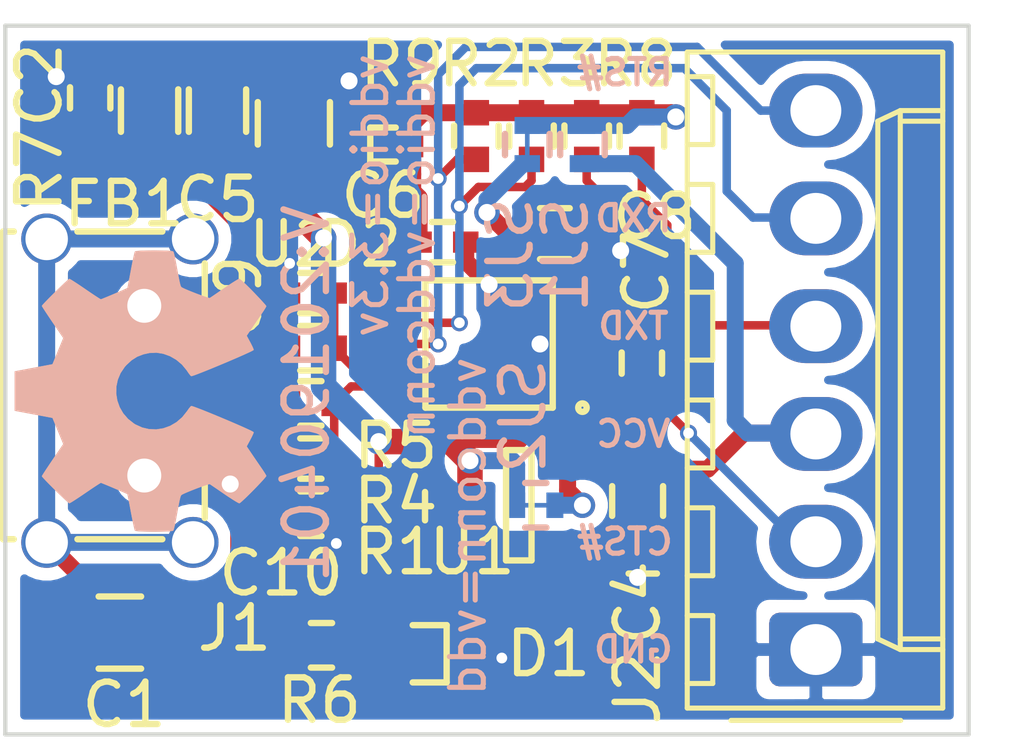
<source format=kicad_pcb>
(kicad_pcb (version 20171130) (host pcbnew 5.1.2-f72e74a~84~ubuntu18.04.1)

  (general
    (thickness 1.6)
    (drawings 4)
    (tracks 212)
    (zones 0)
    (modules 30)
    (nets 19)
  )

  (page A4)
  (layers
    (0 F.Cu signal)
    (31 B.Cu signal)
    (32 B.Adhes user)
    (33 F.Adhes user)
    (34 B.Paste user)
    (35 F.Paste user)
    (36 B.SilkS user)
    (37 F.SilkS user)
    (38 B.Mask user)
    (39 F.Mask user)
    (40 Dwgs.User user)
    (41 Cmts.User user)
    (42 Eco1.User user)
    (43 Eco2.User user)
    (44 Edge.Cuts user)
    (45 Margin user)
    (46 B.CrtYd user)
    (47 F.CrtYd user)
    (48 B.Fab user)
    (49 F.Fab user)
  )

  (setup
    (last_trace_width 0.2)
    (user_trace_width 0.1524)
    (user_trace_width 0.2)
    (user_trace_width 0.3)
    (user_trace_width 0.4)
    (user_trace_width 0.6)
    (user_trace_width 1)
    (user_trace_width 1.5)
    (user_trace_width 2)
    (trace_clearance 0.1524)
    (zone_clearance 0.508)
    (zone_45_only no)
    (trace_min 0.1524)
    (via_size 0.381)
    (via_drill 0.254)
    (via_min_size 0.381)
    (via_min_drill 0.254)
    (user_via 0.4 0.254)
    (user_via 0.6 0.4)
    (user_via 0.8 0.6)
    (user_via 1 0.8)
    (user_via 1.3 1)
    (user_via 1.5 1.2)
    (user_via 1.7 1.4)
    (user_via 1.9 1.6)
    (uvia_size 0.381)
    (uvia_drill 0.254)
    (uvias_allowed no)
    (uvia_min_size 0.381)
    (uvia_min_drill 0.254)
    (edge_width 0.15)
    (segment_width 0.2)
    (pcb_text_width 0.3)
    (pcb_text_size 1.5 1.5)
    (mod_edge_width 0.15)
    (mod_text_size 1 1)
    (mod_text_width 0.15)
    (pad_size 1.524 1.524)
    (pad_drill 0.762)
    (pad_to_mask_clearance 0.1)
    (solder_mask_min_width 0.05)
    (pad_to_paste_clearance_ratio -0.15)
    (aux_axis_origin 0 0)
    (visible_elements FFFFFF7F)
    (pcbplotparams
      (layerselection 0x010fc_ffffffff)
      (usegerberextensions true)
      (usegerberattributes false)
      (usegerberadvancedattributes false)
      (creategerberjobfile false)
      (excludeedgelayer true)
      (linewidth 0.100000)
      (plotframeref false)
      (viasonmask false)
      (mode 1)
      (useauxorigin false)
      (hpglpennumber 1)
      (hpglpenspeed 20)
      (hpglpendiameter 15.000000)
      (psnegative false)
      (psa4output false)
      (plotreference true)
      (plotvalue true)
      (plotinvisibletext false)
      (padsonsilk false)
      (subtractmaskfromsilk false)
      (outputformat 1)
      (mirror false)
      (drillshape 0)
      (scaleselection 1)
      (outputdirectory "OSH_Park_2_layer_plots"))
  )

  (net 0 "")
  (net 1 /VSS)
  (net 2 "Net-(C1-Pad1)")
  (net 3 /VBUS)
  (net 4 /VDD)
  (net 5 /VDDIO)
  (net 6 /VDD_33V)
  (net 7 "Net-(C9-Pad2)")
  (net 8 "Net-(C10-Pad2)")
  (net 9 "Net-(J1-Pad4)")
  (net 10 /USB_DP)
  (net 11 /USB_DM)
  (net 12 /CTSI)
  (net 13 /TXO)
  (net 14 /RXI)
  (net 15 /RTSO)
  (net 16 "Net-(D1-Pad2)")
  (net 17 "Net-(FB1-Pad2)")
  (net 18 /VDDCONN)

  (net_class Default "This is the default net class."
    (clearance 0.1524)
    (trace_width 0.1524)
    (via_dia 0.381)
    (via_drill 0.254)
    (uvia_dia 0.381)
    (uvia_drill 0.254)
    (add_net /CTSI)
    (add_net /RTSO)
    (add_net /RXI)
    (add_net /TXO)
    (add_net /USB_DM)
    (add_net /USB_DP)
    (add_net /VBUS)
    (add_net /VDD)
    (add_net /VDDCONN)
    (add_net /VDDIO)
    (add_net /VDD_33V)
    (add_net /VSS)
    (add_net "Net-(C1-Pad1)")
    (add_net "Net-(C10-Pad2)")
    (add_net "Net-(C9-Pad2)")
    (add_net "Net-(D1-Pad2)")
    (add_net "Net-(FB1-Pad2)")
    (add_net "Net-(J1-Pad4)")
  )

  (module SquantorRcl:R_0402_hand (layer F.Cu) (tedit 5921FEA0) (tstamp 5CDA309A)
    (at 152.1 85.2 90)
    (descr "Resistor SMD 0402, reflow soldering, Vishay (see dcrcw.pdf)")
    (tags "resistor 0402")
    (path /5C9B7479/5CDAC811)
    (attr smd)
    (fp_text reference R9 (at 1.7 -1.75 180) (layer F.SilkS)
      (effects (font (size 1 1) (thickness 0.15)))
    )
    (fp_text value 10K (at 1.7 -1.8 180) (layer F.Fab)
      (effects (font (size 1 1) (thickness 0.15)))
    )
    (fp_line (start -0.25 0.525) (end 0.25 0.525) (layer F.SilkS) (width 0.15))
    (fp_line (start 0.25 -0.525) (end -0.25 -0.525) (layer F.SilkS) (width 0.15))
    (fp_line (start 1.15 -0.65) (end 1.15 0.65) (layer F.CrtYd) (width 0.05))
    (fp_line (start -1.15 -0.65) (end -1.15 0.65) (layer F.CrtYd) (width 0.05))
    (fp_line (start -1.15 0.65) (end 1.15 0.65) (layer F.CrtYd) (width 0.05))
    (fp_line (start -1.15 -0.65) (end 1.15 -0.65) (layer F.CrtYd) (width 0.05))
    (fp_line (start -0.5 -0.25) (end 0.5 -0.25) (layer F.Fab) (width 0.1))
    (fp_line (start 0.5 -0.25) (end 0.5 0.25) (layer F.Fab) (width 0.1))
    (fp_line (start 0.5 0.25) (end -0.5 0.25) (layer F.Fab) (width 0.1))
    (fp_line (start -0.5 0.25) (end -0.5 -0.25) (layer F.Fab) (width 0.1))
    (pad 2 smd rect (at 0.55 0 90) (size 0.6 0.6) (layers F.Cu F.Paste F.Mask)
      (net 5 /VDDIO))
    (pad 1 smd rect (at -0.55 0 90) (size 0.6 0.6) (layers F.Cu F.Paste F.Mask)
      (net 15 /RTSO))
    (model Resistors_SMD.3dshapes/R_0402.wrl
      (at (xyz 0 0 0))
      (scale (xyz 1 1 1))
      (rotate (xyz 0 0 0))
    )
  )

  (module SquantorRcl:R_0402_hand (layer F.Cu) (tedit 5921FEA0) (tstamp 5CDA21AF)
    (at 154.7 85.2 90)
    (descr "Resistor SMD 0402, reflow soldering, Vishay (see dcrcw.pdf)")
    (tags "resistor 0402")
    (path /5C9B7479/5CDA34F4)
    (attr smd)
    (fp_text reference R3 (at 1.7 -0.7 180) (layer F.SilkS)
      (effects (font (size 1 1) (thickness 0.15)))
    )
    (fp_text value 10K (at 0 1.8 90) (layer F.Fab)
      (effects (font (size 1 1) (thickness 0.15)))
    )
    (fp_line (start -0.25 0.525) (end 0.25 0.525) (layer F.SilkS) (width 0.15))
    (fp_line (start 0.25 -0.525) (end -0.25 -0.525) (layer F.SilkS) (width 0.15))
    (fp_line (start 1.15 -0.65) (end 1.15 0.65) (layer F.CrtYd) (width 0.05))
    (fp_line (start -1.15 -0.65) (end -1.15 0.65) (layer F.CrtYd) (width 0.05))
    (fp_line (start -1.15 0.65) (end 1.15 0.65) (layer F.CrtYd) (width 0.05))
    (fp_line (start -1.15 -0.65) (end 1.15 -0.65) (layer F.CrtYd) (width 0.05))
    (fp_line (start -0.5 -0.25) (end 0.5 -0.25) (layer F.Fab) (width 0.1))
    (fp_line (start 0.5 -0.25) (end 0.5 0.25) (layer F.Fab) (width 0.1))
    (fp_line (start 0.5 0.25) (end -0.5 0.25) (layer F.Fab) (width 0.1))
    (fp_line (start -0.5 0.25) (end -0.5 -0.25) (layer F.Fab) (width 0.1))
    (pad 2 smd rect (at 0.55 0 90) (size 0.6 0.6) (layers F.Cu F.Paste F.Mask)
      (net 5 /VDDIO))
    (pad 1 smd rect (at -0.55 0 90) (size 0.6 0.6) (layers F.Cu F.Paste F.Mask)
      (net 12 /CTSI))
    (model Resistors_SMD.3dshapes/R_0402.wrl
      (at (xyz 0 0 0))
      (scale (xyz 1 1 1))
      (rotate (xyz 0 0 0))
    )
  )

  (module SquantorRcl:R_0402_hand (layer F.Cu) (tedit 5921FEA0) (tstamp 5CDA19CB)
    (at 153.4 85.2 90)
    (descr "Resistor SMD 0402, reflow soldering, Vishay (see dcrcw.pdf)")
    (tags "resistor 0402")
    (path /5C9B7479/5CDA0AD2)
    (attr smd)
    (fp_text reference R2 (at 1.7 -1.2 180) (layer F.SilkS)
      (effects (font (size 1 1) (thickness 0.15)))
    )
    (fp_text value 10K (at 0 1.8 90) (layer F.Fab)
      (effects (font (size 1 1) (thickness 0.15)))
    )
    (fp_line (start -0.25 0.525) (end 0.25 0.525) (layer F.SilkS) (width 0.15))
    (fp_line (start 0.25 -0.525) (end -0.25 -0.525) (layer F.SilkS) (width 0.15))
    (fp_line (start 1.15 -0.65) (end 1.15 0.65) (layer F.CrtYd) (width 0.05))
    (fp_line (start -1.15 -0.65) (end -1.15 0.65) (layer F.CrtYd) (width 0.05))
    (fp_line (start -1.15 0.65) (end 1.15 0.65) (layer F.CrtYd) (width 0.05))
    (fp_line (start -1.15 -0.65) (end 1.15 -0.65) (layer F.CrtYd) (width 0.05))
    (fp_line (start -0.5 -0.25) (end 0.5 -0.25) (layer F.Fab) (width 0.1))
    (fp_line (start 0.5 -0.25) (end 0.5 0.25) (layer F.Fab) (width 0.1))
    (fp_line (start 0.5 0.25) (end -0.5 0.25) (layer F.Fab) (width 0.1))
    (fp_line (start -0.5 0.25) (end -0.5 -0.25) (layer F.Fab) (width 0.1))
    (pad 2 smd rect (at 0.55 0 90) (size 0.6 0.6) (layers F.Cu F.Paste F.Mask)
      (net 5 /VDDIO))
    (pad 1 smd rect (at -0.55 0 90) (size 0.6 0.6) (layers F.Cu F.Paste F.Mask)
      (net 14 /RXI))
    (model Resistors_SMD.3dshapes/R_0402.wrl
      (at (xyz 0 0 0))
      (scale (xyz 1 1 1))
      (rotate (xyz 0 0 0))
    )
  )

  (module Symbols:OSHW-Symbol_6.7x6mm_SilkScreen (layer B.Cu) (tedit 0) (tstamp 5CA1EFC0)
    (at 144.2 91.2 270)
    (descr "Open Source Hardware Symbol")
    (tags "Logo Symbol OSHW")
    (path /5A135869)
    (attr virtual)
    (fp_text reference N1 (at 0 0 270) (layer B.SilkS) hide
      (effects (font (size 1 1) (thickness 0.15)) (justify mirror))
    )
    (fp_text value OHWLOGO (at 0.75 0 270) (layer B.Fab) hide
      (effects (font (size 1 1) (thickness 0.15)) (justify mirror))
    )
    (fp_poly (pts (xy 0.555814 2.531069) (xy 0.639635 2.086445) (xy 0.94892 1.958947) (xy 1.258206 1.831449)
      (xy 1.629246 2.083754) (xy 1.733157 2.154004) (xy 1.827087 2.216728) (xy 1.906652 2.269062)
      (xy 1.96747 2.308143) (xy 2.005157 2.331107) (xy 2.015421 2.336058) (xy 2.03391 2.323324)
      (xy 2.07342 2.288118) (xy 2.129522 2.234938) (xy 2.197787 2.168282) (xy 2.273786 2.092646)
      (xy 2.353092 2.012528) (xy 2.431275 1.932426) (xy 2.503907 1.856836) (xy 2.566559 1.790255)
      (xy 2.614803 1.737182) (xy 2.64421 1.702113) (xy 2.651241 1.690377) (xy 2.641123 1.66874)
      (xy 2.612759 1.621338) (xy 2.569129 1.552807) (xy 2.513218 1.467785) (xy 2.448006 1.370907)
      (xy 2.410219 1.31565) (xy 2.341343 1.214752) (xy 2.28014 1.123701) (xy 2.229578 1.04703)
      (xy 2.192628 0.989272) (xy 2.172258 0.954957) (xy 2.169197 0.947746) (xy 2.176136 0.927252)
      (xy 2.195051 0.879487) (xy 2.223087 0.811168) (xy 2.257391 0.729011) (xy 2.295109 0.63973)
      (xy 2.333387 0.550042) (xy 2.36937 0.466662) (xy 2.400206 0.396306) (xy 2.423039 0.34569)
      (xy 2.435017 0.321529) (xy 2.435724 0.320578) (xy 2.454531 0.315964) (xy 2.504618 0.305672)
      (xy 2.580793 0.290713) (xy 2.677865 0.272099) (xy 2.790643 0.250841) (xy 2.856442 0.238582)
      (xy 2.97695 0.215638) (xy 3.085797 0.193805) (xy 3.177476 0.174278) (xy 3.246481 0.158252)
      (xy 3.287304 0.146921) (xy 3.295511 0.143326) (xy 3.303548 0.118994) (xy 3.310033 0.064041)
      (xy 3.31497 -0.015108) (xy 3.318364 -0.112026) (xy 3.320218 -0.220287) (xy 3.320538 -0.333465)
      (xy 3.319327 -0.445135) (xy 3.31659 -0.548868) (xy 3.312331 -0.638241) (xy 3.306555 -0.706826)
      (xy 3.299267 -0.748197) (xy 3.294895 -0.75681) (xy 3.268764 -0.767133) (xy 3.213393 -0.781892)
      (xy 3.136107 -0.799352) (xy 3.04423 -0.81778) (xy 3.012158 -0.823741) (xy 2.857524 -0.852066)
      (xy 2.735375 -0.874876) (xy 2.641673 -0.89308) (xy 2.572384 -0.907583) (xy 2.523471 -0.919292)
      (xy 2.490897 -0.929115) (xy 2.470628 -0.937956) (xy 2.458626 -0.946724) (xy 2.456947 -0.948457)
      (xy 2.440184 -0.976371) (xy 2.414614 -1.030695) (xy 2.382788 -1.104777) (xy 2.34726 -1.191965)
      (xy 2.310583 -1.285608) (xy 2.275311 -1.379052) (xy 2.243996 -1.465647) (xy 2.219193 -1.53874)
      (xy 2.203454 -1.591678) (xy 2.199332 -1.617811) (xy 2.199676 -1.618726) (xy 2.213641 -1.640086)
      (xy 2.245322 -1.687084) (xy 2.291391 -1.754827) (xy 2.348518 -1.838423) (xy 2.413373 -1.932982)
      (xy 2.431843 -1.959854) (xy 2.497699 -2.057275) (xy 2.55565 -2.146163) (xy 2.602538 -2.221412)
      (xy 2.635207 -2.27792) (xy 2.6505 -2.310581) (xy 2.651241 -2.314593) (xy 2.638392 -2.335684)
      (xy 2.602888 -2.377464) (xy 2.549293 -2.435445) (xy 2.482171 -2.505135) (xy 2.406087 -2.582045)
      (xy 2.325604 -2.661683) (xy 2.245287 -2.739561) (xy 2.169699 -2.811186) (xy 2.103405 -2.87207)
      (xy 2.050969 -2.917721) (xy 2.016955 -2.94365) (xy 2.007545 -2.947883) (xy 1.985643 -2.937912)
      (xy 1.9408 -2.91102) (xy 1.880321 -2.871736) (xy 1.833789 -2.840117) (xy 1.749475 -2.782098)
      (xy 1.649626 -2.713784) (xy 1.549473 -2.645579) (xy 1.495627 -2.609075) (xy 1.313371 -2.4858)
      (xy 1.160381 -2.56852) (xy 1.090682 -2.604759) (xy 1.031414 -2.632926) (xy 0.991311 -2.648991)
      (xy 0.981103 -2.651226) (xy 0.968829 -2.634722) (xy 0.944613 -2.588082) (xy 0.910263 -2.515609)
      (xy 0.867588 -2.421606) (xy 0.818394 -2.310374) (xy 0.76449 -2.186215) (xy 0.707684 -2.053432)
      (xy 0.649782 -1.916327) (xy 0.592593 -1.779202) (xy 0.537924 -1.646358) (xy 0.487584 -1.522098)
      (xy 0.44338 -1.410725) (xy 0.407119 -1.316539) (xy 0.380609 -1.243844) (xy 0.365658 -1.196941)
      (xy 0.363254 -1.180833) (xy 0.382311 -1.160286) (xy 0.424036 -1.126933) (xy 0.479706 -1.087702)
      (xy 0.484378 -1.084599) (xy 0.628264 -0.969423) (xy 0.744283 -0.835053) (xy 0.83143 -0.685784)
      (xy 0.888699 -0.525913) (xy 0.915086 -0.359737) (xy 0.909585 -0.191552) (xy 0.87119 -0.025655)
      (xy 0.798895 0.133658) (xy 0.777626 0.168513) (xy 0.666996 0.309263) (xy 0.536302 0.422286)
      (xy 0.390064 0.506997) (xy 0.232808 0.562806) (xy 0.069057 0.589126) (xy -0.096667 0.58537)
      (xy -0.259838 0.55095) (xy -0.415935 0.485277) (xy -0.560433 0.387765) (xy -0.605131 0.348187)
      (xy -0.718888 0.224297) (xy -0.801782 0.093876) (xy -0.858644 -0.052315) (xy -0.890313 -0.197088)
      (xy -0.898131 -0.35986) (xy -0.872062 -0.52344) (xy -0.814755 -0.682298) (xy -0.728856 -0.830906)
      (xy -0.617014 -0.963735) (xy -0.481877 -1.075256) (xy -0.464117 -1.087011) (xy -0.40785 -1.125508)
      (xy -0.365077 -1.158863) (xy -0.344628 -1.18016) (xy -0.344331 -1.180833) (xy -0.348721 -1.203871)
      (xy -0.366124 -1.256157) (xy -0.394732 -1.33339) (xy -0.432735 -1.431268) (xy -0.478326 -1.545491)
      (xy -0.529697 -1.671758) (xy -0.585038 -1.805767) (xy -0.642542 -1.943218) (xy -0.700399 -2.079808)
      (xy -0.756802 -2.211237) (xy -0.809942 -2.333205) (xy -0.85801 -2.441409) (xy -0.899199 -2.531549)
      (xy -0.931699 -2.599323) (xy -0.953703 -2.64043) (xy -0.962564 -2.651226) (xy -0.98964 -2.642819)
      (xy -1.040303 -2.620272) (xy -1.105817 -2.587613) (xy -1.141841 -2.56852) (xy -1.294832 -2.4858)
      (xy -1.477088 -2.609075) (xy -1.570125 -2.672228) (xy -1.671985 -2.741727) (xy -1.767438 -2.807165)
      (xy -1.81525 -2.840117) (xy -1.882495 -2.885273) (xy -1.939436 -2.921057) (xy -1.978646 -2.942938)
      (xy -1.991381 -2.947563) (xy -2.009917 -2.935085) (xy -2.050941 -2.900252) (xy -2.110475 -2.846678)
      (xy -2.184542 -2.777983) (xy -2.269165 -2.697781) (xy -2.322685 -2.646286) (xy -2.416319 -2.554286)
      (xy -2.497241 -2.471999) (xy -2.562177 -2.402945) (xy -2.607858 -2.350644) (xy -2.631011 -2.318616)
      (xy -2.633232 -2.312116) (xy -2.622924 -2.287394) (xy -2.594439 -2.237405) (xy -2.550937 -2.167212)
      (xy -2.495577 -2.081875) (xy -2.43152 -1.986456) (xy -2.413303 -1.959854) (xy -2.346927 -1.863167)
      (xy -2.287378 -1.776117) (xy -2.237984 -1.703595) (xy -2.202075 -1.650493) (xy -2.182981 -1.621703)
      (xy -2.181136 -1.618726) (xy -2.183895 -1.595782) (xy -2.198538 -1.545336) (xy -2.222513 -1.474041)
      (xy -2.253266 -1.388547) (xy -2.288244 -1.295507) (xy -2.324893 -1.201574) (xy -2.360661 -1.113399)
      (xy -2.392994 -1.037634) (xy -2.419338 -0.980931) (xy -2.437142 -0.949943) (xy -2.438407 -0.948457)
      (xy -2.449294 -0.939601) (xy -2.467682 -0.930843) (xy -2.497606 -0.921277) (xy -2.543103 -0.909996)
      (xy -2.608209 -0.896093) (xy -2.696961 -0.878663) (xy -2.813393 -0.856798) (xy -2.961542 -0.829591)
      (xy -2.993618 -0.823741) (xy -3.088686 -0.805374) (xy -3.171565 -0.787405) (xy -3.23493 -0.771569)
      (xy -3.271458 -0.7596) (xy -3.276356 -0.75681) (xy -3.284427 -0.732072) (xy -3.290987 -0.67679)
      (xy -3.296033 -0.597389) (xy -3.299559 -0.500296) (xy -3.301561 -0.391938) (xy -3.302036 -0.27874)
      (xy -3.300977 -0.167128) (xy -3.298382 -0.063529) (xy -3.294246 0.025632) (xy -3.288563 0.093928)
      (xy -3.281331 0.134934) (xy -3.276971 0.143326) (xy -3.252698 0.151792) (xy -3.197426 0.165565)
      (xy -3.116662 0.18345) (xy -3.015912 0.204252) (xy -2.900683 0.226777) (xy -2.837902 0.238582)
      (xy -2.718787 0.260849) (xy -2.612565 0.281021) (xy -2.524427 0.298085) (xy -2.459566 0.311031)
      (xy -2.423174 0.318845) (xy -2.417184 0.320578) (xy -2.407061 0.34011) (xy -2.385662 0.387157)
      (xy -2.355839 0.454997) (xy -2.320445 0.536909) (xy -2.282332 0.626172) (xy -2.244353 0.716065)
      (xy -2.20936 0.799865) (xy -2.180206 0.870853) (xy -2.159743 0.922306) (xy -2.150823 0.947503)
      (xy -2.150657 0.948604) (xy -2.160769 0.968481) (xy -2.189117 1.014223) (xy -2.232723 1.081283)
      (xy -2.288606 1.165116) (xy -2.353787 1.261174) (xy -2.391679 1.31635) (xy -2.460725 1.417519)
      (xy -2.52205 1.50937) (xy -2.572663 1.587256) (xy -2.609571 1.646531) (xy -2.629782 1.682549)
      (xy -2.632701 1.690623) (xy -2.620153 1.709416) (xy -2.585463 1.749543) (xy -2.533063 1.806507)
      (xy -2.467384 1.875815) (xy -2.392856 1.952969) (xy -2.313913 2.033475) (xy -2.234983 2.112837)
      (xy -2.1605 2.18656) (xy -2.094894 2.250148) (xy -2.042596 2.299106) (xy -2.008039 2.328939)
      (xy -1.996478 2.336058) (xy -1.977654 2.326047) (xy -1.932631 2.297922) (xy -1.865787 2.254546)
      (xy -1.781499 2.198782) (xy -1.684144 2.133494) (xy -1.610707 2.083754) (xy -1.239667 1.831449)
      (xy -0.621095 2.086445) (xy -0.537275 2.531069) (xy -0.453454 2.975693) (xy 0.471994 2.975693)
      (xy 0.555814 2.531069)) (layer B.SilkS) (width 0.01))
  )

  (module SquantorLabels:Label_version (layer B.Cu) (tedit 5B5A1E49) (tstamp 5C99BF8B)
    (at 148.2 92.3 270)
    (path /5A1357A5)
    (fp_text reference N2 (at 0 -1.4 270) (layer B.Fab) hide
      (effects (font (size 1 1) (thickness 0.15)) (justify mirror))
    )
    (fp_text value 20190401 (at -0.4 0.1 270) (layer B.SilkS)
      (effects (font (size 1 1) (thickness 0.15)) (justify mirror))
    )
    (fp_text user V: (at -4.8 0.1 270) (layer B.SilkS)
      (effects (font (size 1 1) (thickness 0.15)) (justify mirror))
    )
  )

  (module SquantorRcl:C_0805 (layer F.Cu) (tedit 5415D6EA) (tstamp 5C99AAB6)
    (at 143.7 96.9)
    (descr "Capacitor SMD 0805, reflow soldering, AVX (see smccp.pdf)")
    (tags "capacitor 0805")
    (path /5C92E663)
    (attr smd)
    (fp_text reference C1 (at 0.1 1.7) (layer F.SilkS)
      (effects (font (size 1 1) (thickness 0.15)))
    )
    (fp_text value 100n (at 0 1.7) (layer F.Fab)
      (effects (font (size 1 1) (thickness 0.15)))
    )
    (fp_line (start -0.5 0.85) (end 0.5 0.85) (layer F.SilkS) (width 0.15))
    (fp_line (start 0.5 -0.85) (end -0.5 -0.85) (layer F.SilkS) (width 0.15))
    (fp_line (start 1.8 -1) (end 1.8 1) (layer F.CrtYd) (width 0.05))
    (fp_line (start -1.8 -1) (end -1.8 1) (layer F.CrtYd) (width 0.05))
    (fp_line (start -1.8 1) (end 1.8 1) (layer F.CrtYd) (width 0.05))
    (fp_line (start -1.8 -1) (end 1.8 -1) (layer F.CrtYd) (width 0.05))
    (fp_line (start -1 -0.625) (end 1 -0.625) (layer F.Fab) (width 0.15))
    (fp_line (start 1 -0.625) (end 1 0.625) (layer F.Fab) (width 0.15))
    (fp_line (start 1 0.625) (end -1 0.625) (layer F.Fab) (width 0.15))
    (fp_line (start -1 0.625) (end -1 -0.625) (layer F.Fab) (width 0.15))
    (pad 2 smd rect (at 1 0) (size 1 1.25) (layers F.Cu F.Paste F.Mask)
      (net 1 /VSS))
    (pad 1 smd rect (at -1 0) (size 1 1.25) (layers F.Cu F.Paste F.Mask)
      (net 2 "Net-(C1-Pad1)"))
    (model Capacitors_SMD.3dshapes/C_0805.wrl
      (at (xyz 0 0 0))
      (scale (xyz 1 1 1))
      (rotate (xyz 0 0 0))
    )
  )

  (module SquantorRcl:C_0603 (layer F.Cu) (tedit 5415D631) (tstamp 5C9C4B22)
    (at 155.9 93.8 270)
    (descr "Capacitor SMD 0603, reflow soldering, AVX (see smccp.pdf)")
    (tags "capacitor 0603")
    (path /5CA0EAEE)
    (attr smd)
    (fp_text reference C4 (at 2.4 0 270) (layer F.SilkS)
      (effects (font (size 1 1) (thickness 0.15)))
    )
    (fp_text value 1u (at 2.4 0 270) (layer F.Fab)
      (effects (font (size 1 1) (thickness 0.15)))
    )
    (fp_line (start 0.35 0.6) (end -0.35 0.6) (layer F.SilkS) (width 0.15))
    (fp_line (start -0.35 -0.6) (end 0.35 -0.6) (layer F.SilkS) (width 0.15))
    (fp_line (start 1.45 -0.75) (end 1.45 0.75) (layer F.CrtYd) (width 0.05))
    (fp_line (start -1.45 -0.75) (end -1.45 0.75) (layer F.CrtYd) (width 0.05))
    (fp_line (start -1.45 0.75) (end 1.45 0.75) (layer F.CrtYd) (width 0.05))
    (fp_line (start -1.45 -0.75) (end 1.45 -0.75) (layer F.CrtYd) (width 0.05))
    (fp_line (start -0.8 -0.4) (end 0.8 -0.4) (layer F.Fab) (width 0.15))
    (fp_line (start 0.8 -0.4) (end 0.8 0.4) (layer F.Fab) (width 0.15))
    (fp_line (start 0.8 0.4) (end -0.8 0.4) (layer F.Fab) (width 0.15))
    (fp_line (start -0.8 0.4) (end -0.8 -0.4) (layer F.Fab) (width 0.15))
    (pad 2 smd rect (at 0.75 0 270) (size 0.8 0.75) (layers F.Cu F.Paste F.Mask)
      (net 1 /VSS))
    (pad 1 smd rect (at -0.75 0 270) (size 0.8 0.75) (layers F.Cu F.Paste F.Mask)
      (net 18 /VDDCONN))
    (model Capacitors_SMD.3dshapes/C_0603.wrl
      (at (xyz 0 0 0))
      (scale (xyz 1 1 1))
      (rotate (xyz 0 0 0))
    )
  )

  (module SquantorRcl:C_0805 (layer F.Cu) (tedit 5415D6EA) (tstamp 5C99AAF6)
    (at 147.8 84.9 90)
    (descr "Capacitor SMD 0805, reflow soldering, AVX (see smccp.pdf)")
    (tags "capacitor 0805")
    (path /5C9348E3)
    (attr smd)
    (fp_text reference C5 (at -1.8 -1.8 180) (layer F.SilkS)
      (effects (font (size 1 1) (thickness 0.15)))
    )
    (fp_text value 10u (at -1.8 -1.75 180) (layer F.Fab)
      (effects (font (size 1 1) (thickness 0.15)))
    )
    (fp_line (start -1 0.625) (end -1 -0.625) (layer F.Fab) (width 0.15))
    (fp_line (start 1 0.625) (end -1 0.625) (layer F.Fab) (width 0.15))
    (fp_line (start 1 -0.625) (end 1 0.625) (layer F.Fab) (width 0.15))
    (fp_line (start -1 -0.625) (end 1 -0.625) (layer F.Fab) (width 0.15))
    (fp_line (start -1.8 -1) (end 1.8 -1) (layer F.CrtYd) (width 0.05))
    (fp_line (start -1.8 1) (end 1.8 1) (layer F.CrtYd) (width 0.05))
    (fp_line (start -1.8 -1) (end -1.8 1) (layer F.CrtYd) (width 0.05))
    (fp_line (start 1.8 -1) (end 1.8 1) (layer F.CrtYd) (width 0.05))
    (fp_line (start 0.5 -0.85) (end -0.5 -0.85) (layer F.SilkS) (width 0.15))
    (fp_line (start -0.5 0.85) (end 0.5 0.85) (layer F.SilkS) (width 0.15))
    (pad 1 smd rect (at -1 0 90) (size 1 1.25) (layers F.Cu F.Paste F.Mask)
      (net 4 /VDD))
    (pad 2 smd rect (at 1 0 90) (size 1 1.25) (layers F.Cu F.Paste F.Mask)
      (net 1 /VSS))
    (model Capacitors_SMD.3dshapes/C_0805.wrl
      (at (xyz 0 0 0))
      (scale (xyz 1 1 1))
      (rotate (xyz 0 0 0))
    )
  )

  (module SquantorRcl:C_0603 (layer F.Cu) (tedit 5415D631) (tstamp 5CA20C0D)
    (at 153.95 87.5)
    (descr "Capacitor SMD 0603, reflow soldering, AVX (see smccp.pdf)")
    (tags "capacitor 0603")
    (path /5C9B7479/5C9D54B3)
    (attr smd)
    (fp_text reference C8 (at 2.35 -0.4 180) (layer F.SilkS)
      (effects (font (size 1 1) (thickness 0.15)))
    )
    (fp_text value 1u (at 2.45 -0.4 180) (layer F.Fab)
      (effects (font (size 1 1) (thickness 0.15)))
    )
    (fp_line (start 0.35 0.6) (end -0.35 0.6) (layer F.SilkS) (width 0.15))
    (fp_line (start -0.35 -0.6) (end 0.35 -0.6) (layer F.SilkS) (width 0.15))
    (fp_line (start 1.45 -0.75) (end 1.45 0.75) (layer F.CrtYd) (width 0.05))
    (fp_line (start -1.45 -0.75) (end -1.45 0.75) (layer F.CrtYd) (width 0.05))
    (fp_line (start -1.45 0.75) (end 1.45 0.75) (layer F.CrtYd) (width 0.05))
    (fp_line (start -1.45 -0.75) (end 1.45 -0.75) (layer F.CrtYd) (width 0.05))
    (fp_line (start -0.8 -0.4) (end 0.8 -0.4) (layer F.Fab) (width 0.15))
    (fp_line (start 0.8 -0.4) (end 0.8 0.4) (layer F.Fab) (width 0.15))
    (fp_line (start 0.8 0.4) (end -0.8 0.4) (layer F.Fab) (width 0.15))
    (fp_line (start -0.8 0.4) (end -0.8 -0.4) (layer F.Fab) (width 0.15))
    (pad 2 smd rect (at 0.75 0) (size 0.8 0.75) (layers F.Cu F.Paste F.Mask)
      (net 1 /VSS))
    (pad 1 smd rect (at -0.75 0) (size 0.8 0.75) (layers F.Cu F.Paste F.Mask)
      (net 6 /VDD_33V))
    (model Capacitors_SMD.3dshapes/C_0603.wrl
      (at (xyz 0 0 0))
      (scale (xyz 1 1 1))
      (rotate (xyz 0 0 0))
    )
  )

  (module SquantorRcl:R_0603_hand (layer F.Cu) (tedit 587552B0) (tstamp 5C99AB56)
    (at 146 84.6 90)
    (descr "Resistor SMD 0603, reflow soldering, Vishay (see dcrcw.pdf)")
    (tags "resistor 0603")
    (path /5C9338DB)
    (attr smd)
    (fp_text reference FB1 (at -2.2 -2.2 180) (layer F.SilkS)
      (effects (font (size 1 1) (thickness 0.15)))
    )
    (fp_text value 600 (at -2.2 -2.3 180) (layer F.Fab)
      (effects (font (size 1 1) (thickness 0.15)))
    )
    (fp_line (start -0.5 -0.675) (end 0.5 -0.675) (layer F.SilkS) (width 0.15))
    (fp_line (start 0.5 0.675) (end -0.5 0.675) (layer F.SilkS) (width 0.15))
    (fp_line (start 1.5 -0.8) (end 1.5 0.8) (layer F.CrtYd) (width 0.05))
    (fp_line (start -1.5 -0.8) (end -1.5 0.8) (layer F.CrtYd) (width 0.05))
    (fp_line (start -1.5 0.8) (end 1.5 0.8) (layer F.CrtYd) (width 0.05))
    (fp_line (start -1.5 -0.8) (end 1.5 -0.8) (layer F.CrtYd) (width 0.05))
    (fp_line (start -0.8 -0.4) (end 0.8 -0.4) (layer F.Fab) (width 0.1))
    (fp_line (start 0.8 -0.4) (end 0.8 0.4) (layer F.Fab) (width 0.1))
    (fp_line (start 0.8 0.4) (end -0.8 0.4) (layer F.Fab) (width 0.1))
    (fp_line (start -0.8 0.4) (end -0.8 -0.4) (layer F.Fab) (width 0.1))
    (pad 2 smd rect (at 0.85 0 90) (size 0.7 0.9) (layers F.Cu F.Paste F.Mask)
      (net 17 "Net-(FB1-Pad2)"))
    (pad 1 smd rect (at -0.85 0 90) (size 0.7 0.9) (layers F.Cu F.Paste F.Mask)
      (net 4 /VDD))
    (model Resistors_SMD.3dshapes/R_0603.wrl
      (at (xyz 0 0 0))
      (scale (xyz 1 1 1))
      (rotate (xyz 0 0 0))
    )
  )

  (module SquantorUsb:USB-muB-SMD_TH (layer F.Cu) (tedit 5B3D26BA) (tstamp 5C99AB6C)
    (at 143.7 91.2 270)
    (path /5C92FD3B)
    (fp_text reference J1 (at 5.6 -2.7) (layer F.SilkS)
      (effects (font (size 1 1) (thickness 0.15)))
    )
    (fp_text value USB-ID (at 5.4 -2.6 270) (layer F.Fab)
      (effects (font (size 1 1) (thickness 0.15)))
    )
    (fp_line (start 3.5 2.5) (end 3.5 2.75) (layer F.SilkS) (width 0.15))
    (fp_line (start 3.5 2.75) (end -3.75 2.75) (layer F.SilkS) (width 0.15))
    (fp_line (start -3.75 2.75) (end -3.75 2.5) (layer F.SilkS) (width 0.15))
    (fp_line (start -3.75 -1) (end -3.75 1) (layer F.SilkS) (width 0.15))
    (fp_line (start 3.5 -1) (end 3.5 1) (layer F.SilkS) (width 0.15))
    (fp_line (start 1.75 -2) (end 3 -2) (layer F.SilkS) (width 0.15))
    (fp_line (start -3 -2) (end -1.75 -2) (layer F.SilkS) (width 0.15))
    (pad S thru_hole circle (at -3.575 -1.725 270) (size 1.2 1.2) (drill 1) (layers *.Cu *.Mask)
      (net 2 "Net-(C1-Pad1)"))
    (pad S thru_hole circle (at 3.575 -1.725 270) (size 1.2 1.2) (drill 1) (layers *.Cu *.Mask)
      (net 2 "Net-(C1-Pad1)"))
    (pad S thru_hole circle (at -3.575 1.725 270) (size 1.2 1.2) (drill 1) (layers *.Cu *.Mask)
      (net 2 "Net-(C1-Pad1)"))
    (pad "" np_thru_hole circle (at -2 -0.575 270) (size 0.8 0.8) (drill 0.8) (layers *.Cu))
    (pad 5 smd rect (at 1.3 -1.3 270) (size 0.4 1.85) (layers F.Cu F.Paste F.Mask)
      (net 1 /VSS))
    (pad 4 smd rect (at 0.65 -1.3 270) (size 0.4 1.85) (layers F.Cu F.Paste F.Mask)
      (net 9 "Net-(J1-Pad4)"))
    (pad 3 smd rect (at 0 -1.3 270) (size 0.4 1.85) (layers F.Cu F.Paste F.Mask)
      (net 10 /USB_DP))
    (pad 2 smd rect (at -0.65 -1.3 270) (size 0.4 1.85) (layers F.Cu F.Paste F.Mask)
      (net 11 /USB_DM))
    (pad 1 smd rect (at -1.3 -1.3 270) (size 0.4 1.85) (layers F.Cu F.Paste F.Mask)
      (net 3 /VBUS))
    (pad "" np_thru_hole circle (at 2 -0.575 270) (size 0.8 0.8) (drill 0.8) (layers *.Cu))
    (pad S thru_hole circle (at 3.575 1.725 270) (size 1.2 1.2) (drill 1) (layers *.Cu *.Mask)
      (net 2 "Net-(C1-Pad1)"))
  )

  (module SquantorIC:SOT23-3-Microchip-TT (layer F.Cu) (tedit 5C6B2141) (tstamp 5CA1D693)
    (at 153.1 93.9 90)
    (path /5C9A30EE)
    (fp_text reference U1 (at -1.1 -1.1 180) (layer F.SilkS)
      (effects (font (size 1 1) (thickness 0.15)))
    )
    (fp_text value MCP1702-CB (at -4.6 2.9 90) (layer F.Fab) hide
      (effects (font (size 1 1) (thickness 0.15)))
    )
    (fp_line (start -1.3 -0.3) (end 1.3 -0.3) (layer F.SilkS) (width 0.15))
    (fp_line (start 1.3 -0.3) (end 1.3 0.3) (layer F.SilkS) (width 0.15))
    (fp_line (start 1.3 0.3) (end -1.3 0.3) (layer F.SilkS) (width 0.15))
    (fp_line (start -1.3 0.3) (end -1.3 -0.3) (layer F.SilkS) (width 0.15))
    (fp_line (start -1.7 2) (end 1.7 2) (layer F.CrtYd) (width 0.05))
    (fp_line (start 1.7 2) (end 1.7 -2) (layer F.CrtYd) (width 0.05))
    (fp_line (start 1.7 -2) (end -1.7 -2) (layer F.CrtYd) (width 0.05))
    (fp_line (start -1.7 -2) (end -1.7 2) (layer F.CrtYd) (width 0.05))
    (pad 1 smd rect (at -0.95 1.15 90) (size 0.65 1.05) (layers F.Cu F.Paste F.Mask)
      (net 1 /VSS))
    (pad 2 smd rect (at 0.95 1.15 90) (size 0.65 1.05) (layers F.Cu F.Paste F.Mask)
      (net 18 /VDDCONN))
    (pad 3 smd rect (at 0 -1.15 90) (size 0.65 1.05) (layers F.Cu F.Paste F.Mask)
      (net 4 /VDD))
  )

  (module SquantorIC:MSOP-10 (layer F.Cu) (tedit 5C993A76) (tstamp 5CA20F10)
    (at 152.4 90.1 180)
    (path /5C9B7479/5C9D54C0)
    (fp_text reference U2 (at 4.65 2.35 180) (layer F.SilkS)
      (effects (font (size 1 1) (thickness 0.15)))
    )
    (fp_text value HT42B534-MSOP10 (at 0.2 5.5 180) (layer F.Fab) hide
      (effects (font (size 1 1) (thickness 0.15)))
    )
    (fp_line (start 2.5 0.05) (end 1.5 0.05) (layer F.Fab) (width 0.1))
    (fp_line (start 2.5 -0.05) (end 2.5 0.05) (layer F.Fab) (width 0.1))
    (fp_line (start 1.5 -0.05) (end 2.5 -0.05) (layer F.Fab) (width 0.1))
    (fp_line (start -1.5 1.5) (end -1.5 -1.5) (layer F.SilkS) (width 0.15))
    (fp_line (start 1.5 1.5) (end -1.5 1.5) (layer F.SilkS) (width 0.15))
    (fp_line (start 1.5 -1.5) (end 1.5 1.5) (layer F.SilkS) (width 0.15))
    (fp_line (start -1.5 -1.5) (end 1.5 -1.5) (layer F.SilkS) (width 0.15))
    (fp_line (start 2.5 -0.55) (end 2.5 -0.45) (layer F.Fab) (width 0.1))
    (fp_line (start 2.5 -0.45) (end 1.5 -0.45) (layer F.Fab) (width 0.1))
    (fp_line (start 1.5 -0.55) (end 2.5 -0.55) (layer F.Fab) (width 0.1))
    (fp_line (start 2.5 -0.95) (end 1.5 -0.95) (layer F.Fab) (width 0.1))
    (fp_line (start 2.5 -1.05) (end 2.5 -0.95) (layer F.Fab) (width 0.1))
    (fp_line (start 1.5 -1.05) (end 2.5 -1.05) (layer F.Fab) (width 0.1))
    (fp_line (start 2.5 0.55) (end 1.5 0.55) (layer F.Fab) (width 0.1))
    (fp_line (start 1.5 0.45) (end 2.5 0.45) (layer F.Fab) (width 0.1))
    (fp_line (start 2.5 0.45) (end 2.5 0.55) (layer F.Fab) (width 0.1))
    (fp_line (start 1.5 0.95) (end 2.5 0.95) (layer F.Fab) (width 0.1))
    (fp_line (start 2.5 0.95) (end 2.5 1.05) (layer F.Fab) (width 0.1))
    (fp_line (start 2.5 1.05) (end 1.5 1.05) (layer F.Fab) (width 0.1))
    (fp_line (start -2.5 -0.05) (end -1.5 -0.05) (layer F.Fab) (width 0.1))
    (fp_line (start -1.5 0.05) (end -2.5 0.05) (layer F.Fab) (width 0.1))
    (fp_line (start -2.5 0.05) (end -2.5 -0.05) (layer F.Fab) (width 0.1))
    (fp_line (start -2.5 -0.55) (end -1.5 -0.55) (layer F.Fab) (width 0.1))
    (fp_line (start -1.5 -0.45) (end -2.5 -0.45) (layer F.Fab) (width 0.1))
    (fp_line (start -2.5 -0.45) (end -2.5 -0.55) (layer F.Fab) (width 0.1))
    (fp_line (start -2.5 -0.95) (end -2.5 -1.05) (layer F.Fab) (width 0.1))
    (fp_line (start -1.5 -0.95) (end -2.5 -0.95) (layer F.Fab) (width 0.1))
    (fp_line (start -2.5 -1.05) (end -1.5 -1.05) (layer F.Fab) (width 0.1))
    (fp_line (start -2.5 0.45) (end -1.5 0.45) (layer F.Fab) (width 0.1))
    (fp_line (start -2.5 0.55) (end -2.5 0.45) (layer F.Fab) (width 0.1))
    (fp_line (start -1.5 0.55) (end -2.5 0.55) (layer F.Fab) (width 0.1))
    (fp_line (start -2.5 1.05) (end -2.5 0.95) (layer F.Fab) (width 0.1))
    (fp_line (start -2.5 0.95) (end -1.5 0.95) (layer F.Fab) (width 0.1))
    (fp_line (start -1.5 1.05) (end -2.5 1.05) (layer F.Fab) (width 0.1))
    (fp_circle (center -2.2 -1.5) (end -2.1 -1.5) (layer F.SilkS) (width 0.15))
    (fp_line (start -3 -1.8) (end 3 -1.8) (layer F.CrtYd) (width 0.05))
    (fp_line (start 3 -1.8) (end 3 1.8) (layer F.CrtYd) (width 0.05))
    (fp_line (start 3 1.8) (end -3 1.8) (layer F.CrtYd) (width 0.05))
    (fp_line (start -3 1.8) (end -3 -1.8) (layer F.CrtYd) (width 0.05))
    (pad 1 smd rect (at -2.3 -1 180) (size 0.8 0.3) (layers F.Cu F.Paste F.Mask)
      (net 4 /VDD))
    (pad 2 smd rect (at -2.3 -0.5 180) (size 0.8 0.3) (layers F.Cu F.Paste F.Mask)
      (net 6 /VDD_33V))
    (pad 3 smd rect (at -2.3 0 180) (size 0.8 0.3) (layers F.Cu F.Paste F.Mask)
      (net 1 /VSS))
    (pad 4 smd rect (at -2.3 0.5 180) (size 0.8 0.3) (layers F.Cu F.Paste F.Mask)
      (net 12 /CTSI))
    (pad 5 smd rect (at -2.3 1 180) (size 0.8 0.3) (layers F.Cu F.Paste F.Mask)
      (net 13 /TXO))
    (pad 6 smd rect (at 2.3 1 180) (size 0.8 0.3) (layers F.Cu F.Paste F.Mask)
      (net 5 /VDDIO))
    (pad 7 smd rect (at 2.3 0.5 180) (size 0.8 0.3) (layers F.Cu F.Paste F.Mask)
      (net 14 /RXI))
    (pad 8 smd rect (at 2.3 0 180) (size 0.8 0.3) (layers F.Cu F.Paste F.Mask)
      (net 15 /RTSO))
    (pad 9 smd rect (at 2.3 -0.5 180) (size 0.8 0.3) (layers F.Cu F.Paste F.Mask)
      (net 7 "Net-(C9-Pad2)"))
    (pad 10 smd rect (at 2.3 -1 180) (size 0.8 0.3) (layers F.Cu F.Paste F.Mask)
      (net 8 "Net-(C10-Pad2)"))
  )

  (module SquantorRcl:C_0402 (layer F.Cu) (tedit 58D18F8A) (tstamp 5C9AEA58)
    (at 143 84.3 90)
    (descr "Capacitor SMD 0402, reflow soldering, AVX (see smccp.pdf)")
    (tags "capacitor 0402")
    (path /5C931872)
    (attr smd)
    (fp_text reference C2 (at 0.3 -1.2 90) (layer F.SilkS)
      (effects (font (size 1 1) (thickness 0.15)))
    )
    (fp_text value 100n (at 0.3 -1.2 90) (layer F.Fab)
      (effects (font (size 1 1) (thickness 0.15)))
    )
    (fp_line (start -0.5 0.25) (end -0.5 -0.25) (layer F.Fab) (width 0.15))
    (fp_line (start 0.5 0.25) (end -0.5 0.25) (layer F.Fab) (width 0.15))
    (fp_line (start 0.5 -0.25) (end 0.5 0.25) (layer F.Fab) (width 0.15))
    (fp_line (start -0.5 -0.25) (end 0.5 -0.25) (layer F.Fab) (width 0.15))
    (fp_line (start -1.15 -0.6) (end 1.15 -0.6) (layer F.CrtYd) (width 0.05))
    (fp_line (start -1.15 0.6) (end 1.15 0.6) (layer F.CrtYd) (width 0.05))
    (fp_line (start -1.15 -0.6) (end -1.15 0.6) (layer F.CrtYd) (width 0.05))
    (fp_line (start 1.15 -0.6) (end 1.15 0.6) (layer F.CrtYd) (width 0.05))
    (fp_line (start 0.25 -0.475) (end -0.25 -0.475) (layer F.SilkS) (width 0.15))
    (fp_line (start -0.25 0.475) (end 0.25 0.475) (layer F.SilkS) (width 0.15))
    (pad 1 smd rect (at -0.55 0 90) (size 0.6 0.5) (layers F.Cu F.Paste F.Mask)
      (net 3 /VBUS) (solder_mask_margin 0.1))
    (pad 2 smd rect (at 0.55 0 90) (size 0.6 0.5) (layers F.Cu F.Paste F.Mask)
      (net 1 /VSS) (solder_mask_margin 0.1))
    (model Capacitors_SMD.3dshapes/C_0402.wrl
      (at (xyz 0 0 0))
      (scale (xyz 1 1 1))
      (rotate (xyz 0 0 0))
    )
  )

  (module SquantorRcl:C_0402 (layer F.Cu) (tedit 58D18F8A) (tstamp 5C9AEA67)
    (at 151.3 87.7)
    (descr "Capacitor SMD 0402, reflow soldering, AVX (see smccp.pdf)")
    (tags "capacitor 0402")
    (path /5C9B7479/5C9D548C)
    (attr smd)
    (fp_text reference C6 (at -1.4 -1.1 180) (layer F.SilkS)
      (effects (font (size 1 1) (thickness 0.15)))
    )
    (fp_text value 100n (at -1.3 -1.1 180) (layer F.Fab)
      (effects (font (size 1 1) (thickness 0.15)))
    )
    (fp_line (start -0.25 0.475) (end 0.25 0.475) (layer F.SilkS) (width 0.15))
    (fp_line (start 0.25 -0.475) (end -0.25 -0.475) (layer F.SilkS) (width 0.15))
    (fp_line (start 1.15 -0.6) (end 1.15 0.6) (layer F.CrtYd) (width 0.05))
    (fp_line (start -1.15 -0.6) (end -1.15 0.6) (layer F.CrtYd) (width 0.05))
    (fp_line (start -1.15 0.6) (end 1.15 0.6) (layer F.CrtYd) (width 0.05))
    (fp_line (start -1.15 -0.6) (end 1.15 -0.6) (layer F.CrtYd) (width 0.05))
    (fp_line (start -0.5 -0.25) (end 0.5 -0.25) (layer F.Fab) (width 0.15))
    (fp_line (start 0.5 -0.25) (end 0.5 0.25) (layer F.Fab) (width 0.15))
    (fp_line (start 0.5 0.25) (end -0.5 0.25) (layer F.Fab) (width 0.15))
    (fp_line (start -0.5 0.25) (end -0.5 -0.25) (layer F.Fab) (width 0.15))
    (pad 2 smd rect (at 0.55 0) (size 0.6 0.5) (layers F.Cu F.Paste F.Mask)
      (net 1 /VSS) (solder_mask_margin 0.1))
    (pad 1 smd rect (at -0.55 0) (size 0.6 0.5) (layers F.Cu F.Paste F.Mask)
      (net 5 /VDDIO) (solder_mask_margin 0.1))
    (model Capacitors_SMD.3dshapes/C_0402.wrl
      (at (xyz 0 0 0))
      (scale (xyz 1 1 1))
      (rotate (xyz 0 0 0))
    )
  )

  (module SquantorRcl:C_0402 (layer F.Cu) (tedit 58D18F8A) (tstamp 5C9C4A18)
    (at 156 90.55 90)
    (descr "Capacitor SMD 0402, reflow soldering, AVX (see smccp.pdf)")
    (tags "capacitor 0402")
    (path /5C9B7479/5C9D549F)
    (attr smd)
    (fp_text reference C7 (at 2.15 0.1 90) (layer F.SilkS)
      (effects (font (size 1 1) (thickness 0.15)))
    )
    (fp_text value 100n (at 2.25 0.1 90) (layer F.Fab)
      (effects (font (size 1 1) (thickness 0.15)))
    )
    (fp_line (start -0.5 0.25) (end -0.5 -0.25) (layer F.Fab) (width 0.15))
    (fp_line (start 0.5 0.25) (end -0.5 0.25) (layer F.Fab) (width 0.15))
    (fp_line (start 0.5 -0.25) (end 0.5 0.25) (layer F.Fab) (width 0.15))
    (fp_line (start -0.5 -0.25) (end 0.5 -0.25) (layer F.Fab) (width 0.15))
    (fp_line (start -1.15 -0.6) (end 1.15 -0.6) (layer F.CrtYd) (width 0.05))
    (fp_line (start -1.15 0.6) (end 1.15 0.6) (layer F.CrtYd) (width 0.05))
    (fp_line (start -1.15 -0.6) (end -1.15 0.6) (layer F.CrtYd) (width 0.05))
    (fp_line (start 1.15 -0.6) (end 1.15 0.6) (layer F.CrtYd) (width 0.05))
    (fp_line (start 0.25 -0.475) (end -0.25 -0.475) (layer F.SilkS) (width 0.15))
    (fp_line (start -0.25 0.475) (end 0.25 0.475) (layer F.SilkS) (width 0.15))
    (pad 1 smd rect (at -0.55 0 90) (size 0.6 0.5) (layers F.Cu F.Paste F.Mask)
      (net 4 /VDD) (solder_mask_margin 0.1))
    (pad 2 smd rect (at 0.55 0 90) (size 0.6 0.5) (layers F.Cu F.Paste F.Mask)
      (net 1 /VSS) (solder_mask_margin 0.1))
    (model Capacitors_SMD.3dshapes/C_0402.wrl
      (at (xyz 0 0 0))
      (scale (xyz 1 1 1))
      (rotate (xyz 0 0 0))
    )
  )

  (module SquantorRcl:C_0402 (layer F.Cu) (tedit 58D18F8A) (tstamp 5C9AEA85)
    (at 148.2 88.9)
    (descr "Capacitor SMD 0402, reflow soldering, AVX (see smccp.pdf)")
    (tags "capacitor 0402")
    (path /5C9B7479/5C9D5468)
    (attr smd)
    (fp_text reference C9 (at -1.7 0.1 90) (layer F.SilkS)
      (effects (font (size 1 1) (thickness 0.15)))
    )
    (fp_text value 47p (at -1.7 0.1 90) (layer F.Fab)
      (effects (font (size 1 1) (thickness 0.15)))
    )
    (fp_line (start -0.25 0.475) (end 0.25 0.475) (layer F.SilkS) (width 0.15))
    (fp_line (start 0.25 -0.475) (end -0.25 -0.475) (layer F.SilkS) (width 0.15))
    (fp_line (start 1.15 -0.6) (end 1.15 0.6) (layer F.CrtYd) (width 0.05))
    (fp_line (start -1.15 -0.6) (end -1.15 0.6) (layer F.CrtYd) (width 0.05))
    (fp_line (start -1.15 0.6) (end 1.15 0.6) (layer F.CrtYd) (width 0.05))
    (fp_line (start -1.15 -0.6) (end 1.15 -0.6) (layer F.CrtYd) (width 0.05))
    (fp_line (start -0.5 -0.25) (end 0.5 -0.25) (layer F.Fab) (width 0.15))
    (fp_line (start 0.5 -0.25) (end 0.5 0.25) (layer F.Fab) (width 0.15))
    (fp_line (start 0.5 0.25) (end -0.5 0.25) (layer F.Fab) (width 0.15))
    (fp_line (start -0.5 0.25) (end -0.5 -0.25) (layer F.Fab) (width 0.15))
    (pad 2 smd rect (at 0.55 0) (size 0.6 0.5) (layers F.Cu F.Paste F.Mask)
      (net 7 "Net-(C9-Pad2)") (solder_mask_margin 0.1))
    (pad 1 smd rect (at -0.55 0) (size 0.6 0.5) (layers F.Cu F.Paste F.Mask)
      (net 1 /VSS) (solder_mask_margin 0.1))
    (model Capacitors_SMD.3dshapes/C_0402.wrl
      (at (xyz 0 0 0))
      (scale (xyz 1 1 1))
      (rotate (xyz 0 0 0))
    )
  )

  (module SquantorRcl:C_0402 (layer F.Cu) (tedit 58D18F8A) (tstamp 5C9AEA94)
    (at 148.2 92.8)
    (descr "Capacitor SMD 0402, reflow soldering, AVX (see smccp.pdf)")
    (tags "capacitor 0402")
    (path /5C9B7479/5C9D546E)
    (attr smd)
    (fp_text reference C10 (at -0.7 2.7) (layer F.SilkS)
      (effects (font (size 1 1) (thickness 0.15)))
    )
    (fp_text value 47p (at -0.6 2.8) (layer F.Fab)
      (effects (font (size 1 1) (thickness 0.15)))
    )
    (fp_line (start -0.5 0.25) (end -0.5 -0.25) (layer F.Fab) (width 0.15))
    (fp_line (start 0.5 0.25) (end -0.5 0.25) (layer F.Fab) (width 0.15))
    (fp_line (start 0.5 -0.25) (end 0.5 0.25) (layer F.Fab) (width 0.15))
    (fp_line (start -0.5 -0.25) (end 0.5 -0.25) (layer F.Fab) (width 0.15))
    (fp_line (start -1.15 -0.6) (end 1.15 -0.6) (layer F.CrtYd) (width 0.05))
    (fp_line (start -1.15 0.6) (end 1.15 0.6) (layer F.CrtYd) (width 0.05))
    (fp_line (start -1.15 -0.6) (end -1.15 0.6) (layer F.CrtYd) (width 0.05))
    (fp_line (start 1.15 -0.6) (end 1.15 0.6) (layer F.CrtYd) (width 0.05))
    (fp_line (start 0.25 -0.475) (end -0.25 -0.475) (layer F.SilkS) (width 0.15))
    (fp_line (start -0.25 0.475) (end 0.25 0.475) (layer F.SilkS) (width 0.15))
    (pad 1 smd rect (at -0.55 0) (size 0.6 0.5) (layers F.Cu F.Paste F.Mask)
      (net 1 /VSS) (solder_mask_margin 0.1))
    (pad 2 smd rect (at 0.55 0) (size 0.6 0.5) (layers F.Cu F.Paste F.Mask)
      (net 8 "Net-(C10-Pad2)") (solder_mask_margin 0.1))
    (model Capacitors_SMD.3dshapes/C_0402.wrl
      (at (xyz 0 0 0))
      (scale (xyz 1 1 1))
      (rotate (xyz 0 0 0))
    )
  )

  (module SquantorRcl:R_0402_hand (layer F.Cu) (tedit 5921FEA0) (tstamp 5C9AEAA3)
    (at 148.2 94.1)
    (descr "Resistor SMD 0402, reflow soldering, Vishay (see dcrcw.pdf)")
    (tags "resistor 0402")
    (path /5C92C64E)
    (attr smd)
    (fp_text reference R1 (at 2 0.9) (layer F.SilkS)
      (effects (font (size 1 1) (thickness 0.15)))
    )
    (fp_text value 0 (at 1.9 0.9) (layer F.Fab)
      (effects (font (size 1 1) (thickness 0.15)))
    )
    (fp_line (start -0.5 0.25) (end -0.5 -0.25) (layer F.Fab) (width 0.1))
    (fp_line (start 0.5 0.25) (end -0.5 0.25) (layer F.Fab) (width 0.1))
    (fp_line (start 0.5 -0.25) (end 0.5 0.25) (layer F.Fab) (width 0.1))
    (fp_line (start -0.5 -0.25) (end 0.5 -0.25) (layer F.Fab) (width 0.1))
    (fp_line (start -1.15 -0.65) (end 1.15 -0.65) (layer F.CrtYd) (width 0.05))
    (fp_line (start -1.15 0.65) (end 1.15 0.65) (layer F.CrtYd) (width 0.05))
    (fp_line (start -1.15 -0.65) (end -1.15 0.65) (layer F.CrtYd) (width 0.05))
    (fp_line (start 1.15 -0.65) (end 1.15 0.65) (layer F.CrtYd) (width 0.05))
    (fp_line (start 0.25 -0.525) (end -0.25 -0.525) (layer F.SilkS) (width 0.15))
    (fp_line (start -0.25 0.525) (end 0.25 0.525) (layer F.SilkS) (width 0.15))
    (pad 1 smd rect (at -0.55 0) (size 0.6 0.6) (layers F.Cu F.Paste F.Mask)
      (net 9 "Net-(J1-Pad4)"))
    (pad 2 smd rect (at 0.55 0) (size 0.6 0.6) (layers F.Cu F.Paste F.Mask)
      (net 1 /VSS))
    (model Resistors_SMD.3dshapes/R_0402.wrl
      (at (xyz 0 0 0))
      (scale (xyz 1 1 1))
      (rotate (xyz 0 0 0))
    )
  )

  (module SquantorRcl:R_0402_hand (layer F.Cu) (tedit 5921FEA0) (tstamp 5CA1CDD9)
    (at 148.2 91.5)
    (descr "Resistor SMD 0402, reflow soldering, Vishay (see dcrcw.pdf)")
    (tags "resistor 0402")
    (path /5C9B7479/5C9D5482)
    (attr smd)
    (fp_text reference R4 (at 2 2.3) (layer F.SilkS)
      (effects (font (size 1 1) (thickness 0.15)))
    )
    (fp_text value 33 (at 2 2.3) (layer F.Fab)
      (effects (font (size 1 1) (thickness 0.15)))
    )
    (fp_line (start -0.25 0.525) (end 0.25 0.525) (layer F.SilkS) (width 0.15))
    (fp_line (start 0.25 -0.525) (end -0.25 -0.525) (layer F.SilkS) (width 0.15))
    (fp_line (start 1.15 -0.65) (end 1.15 0.65) (layer F.CrtYd) (width 0.05))
    (fp_line (start -1.15 -0.65) (end -1.15 0.65) (layer F.CrtYd) (width 0.05))
    (fp_line (start -1.15 0.65) (end 1.15 0.65) (layer F.CrtYd) (width 0.05))
    (fp_line (start -1.15 -0.65) (end 1.15 -0.65) (layer F.CrtYd) (width 0.05))
    (fp_line (start -0.5 -0.25) (end 0.5 -0.25) (layer F.Fab) (width 0.1))
    (fp_line (start 0.5 -0.25) (end 0.5 0.25) (layer F.Fab) (width 0.1))
    (fp_line (start 0.5 0.25) (end -0.5 0.25) (layer F.Fab) (width 0.1))
    (fp_line (start -0.5 0.25) (end -0.5 -0.25) (layer F.Fab) (width 0.1))
    (pad 2 smd rect (at 0.55 0) (size 0.6 0.6) (layers F.Cu F.Paste F.Mask)
      (net 8 "Net-(C10-Pad2)"))
    (pad 1 smd rect (at -0.55 0) (size 0.6 0.6) (layers F.Cu F.Paste F.Mask)
      (net 10 /USB_DP))
    (model Resistors_SMD.3dshapes/R_0402.wrl
      (at (xyz 0 0 0))
      (scale (xyz 1 1 1))
      (rotate (xyz 0 0 0))
    )
  )

  (module SquantorRcl:R_0402_hand (layer F.Cu) (tedit 5921FEA0) (tstamp 5C9AEAC1)
    (at 148.2 90.2)
    (descr "Resistor SMD 0402, reflow soldering, Vishay (see dcrcw.pdf)")
    (tags "resistor 0402")
    (path /5C9B7479/5C9D547C)
    (attr smd)
    (fp_text reference R5 (at 2 2.3) (layer F.SilkS)
      (effects (font (size 1 1) (thickness 0.15)))
    )
    (fp_text value 33 (at 2 2.3) (layer F.Fab)
      (effects (font (size 1 1) (thickness 0.15)))
    )
    (fp_line (start -0.5 0.25) (end -0.5 -0.25) (layer F.Fab) (width 0.1))
    (fp_line (start 0.5 0.25) (end -0.5 0.25) (layer F.Fab) (width 0.1))
    (fp_line (start 0.5 -0.25) (end 0.5 0.25) (layer F.Fab) (width 0.1))
    (fp_line (start -0.5 -0.25) (end 0.5 -0.25) (layer F.Fab) (width 0.1))
    (fp_line (start -1.15 -0.65) (end 1.15 -0.65) (layer F.CrtYd) (width 0.05))
    (fp_line (start -1.15 0.65) (end 1.15 0.65) (layer F.CrtYd) (width 0.05))
    (fp_line (start -1.15 -0.65) (end -1.15 0.65) (layer F.CrtYd) (width 0.05))
    (fp_line (start 1.15 -0.65) (end 1.15 0.65) (layer F.CrtYd) (width 0.05))
    (fp_line (start 0.25 -0.525) (end -0.25 -0.525) (layer F.SilkS) (width 0.15))
    (fp_line (start -0.25 0.525) (end 0.25 0.525) (layer F.SilkS) (width 0.15))
    (pad 1 smd rect (at -0.55 0) (size 0.6 0.6) (layers F.Cu F.Paste F.Mask)
      (net 11 /USB_DM))
    (pad 2 smd rect (at 0.55 0) (size 0.6 0.6) (layers F.Cu F.Paste F.Mask)
      (net 7 "Net-(C9-Pad2)"))
    (model Resistors_SMD.3dshapes/R_0402.wrl
      (at (xyz 0 0 0))
      (scale (xyz 1 1 1))
      (rotate (xyz 0 0 0))
    )
  )

  (module SquantorRcl:R_0402_hand (layer F.Cu) (tedit 5921FEA0) (tstamp 5C9AEAD0)
    (at 148.45 97.2 180)
    (descr "Resistor SMD 0402, reflow soldering, Vishay (see dcrcw.pdf)")
    (tags "resistor 0402")
    (path /5CA52544)
    (attr smd)
    (fp_text reference R6 (at 0.05 -1.3 180) (layer F.SilkS)
      (effects (font (size 1 1) (thickness 0.15)))
    )
    (fp_text value 1K (at 0.05 -1.3 180) (layer F.Fab)
      (effects (font (size 1 1) (thickness 0.15)))
    )
    (fp_line (start -0.25 0.525) (end 0.25 0.525) (layer F.SilkS) (width 0.15))
    (fp_line (start 0.25 -0.525) (end -0.25 -0.525) (layer F.SilkS) (width 0.15))
    (fp_line (start 1.15 -0.65) (end 1.15 0.65) (layer F.CrtYd) (width 0.05))
    (fp_line (start -1.15 -0.65) (end -1.15 0.65) (layer F.CrtYd) (width 0.05))
    (fp_line (start -1.15 0.65) (end 1.15 0.65) (layer F.CrtYd) (width 0.05))
    (fp_line (start -1.15 -0.65) (end 1.15 -0.65) (layer F.CrtYd) (width 0.05))
    (fp_line (start -0.5 -0.25) (end 0.5 -0.25) (layer F.Fab) (width 0.1))
    (fp_line (start 0.5 -0.25) (end 0.5 0.25) (layer F.Fab) (width 0.1))
    (fp_line (start 0.5 0.25) (end -0.5 0.25) (layer F.Fab) (width 0.1))
    (fp_line (start -0.5 0.25) (end -0.5 -0.25) (layer F.Fab) (width 0.1))
    (pad 2 smd rect (at 0.55 0 180) (size 0.6 0.6) (layers F.Cu F.Paste F.Mask)
      (net 4 /VDD))
    (pad 1 smd rect (at -0.55 0 180) (size 0.6 0.6) (layers F.Cu F.Paste F.Mask)
      (net 16 "Net-(D1-Pad2)"))
    (model Resistors_SMD.3dshapes/R_0402.wrl
      (at (xyz 0 0 0))
      (scale (xyz 1 1 1))
      (rotate (xyz 0 0 0))
    )
  )

  (module SquantorRcl:R_0603_hand (layer F.Cu) (tedit 587552B0) (tstamp 5C9AEFAB)
    (at 144.4 84.6 270)
    (descr "Resistor SMD 0603, reflow soldering, Vishay (see dcrcw.pdf)")
    (tags "resistor 0603")
    (path /5C9C65BC)
    (attr smd)
    (fp_text reference R7 (at 1.4 2.6 270) (layer F.SilkS)
      (effects (font (size 1 1) (thickness 0.15)))
    )
    (fp_text value Fuse (at 1.2 2.6 270) (layer F.Fab)
      (effects (font (size 1 1) (thickness 0.15)))
    )
    (fp_line (start -0.8 0.4) (end -0.8 -0.4) (layer F.Fab) (width 0.1))
    (fp_line (start 0.8 0.4) (end -0.8 0.4) (layer F.Fab) (width 0.1))
    (fp_line (start 0.8 -0.4) (end 0.8 0.4) (layer F.Fab) (width 0.1))
    (fp_line (start -0.8 -0.4) (end 0.8 -0.4) (layer F.Fab) (width 0.1))
    (fp_line (start -1.5 -0.8) (end 1.5 -0.8) (layer F.CrtYd) (width 0.05))
    (fp_line (start -1.5 0.8) (end 1.5 0.8) (layer F.CrtYd) (width 0.05))
    (fp_line (start -1.5 -0.8) (end -1.5 0.8) (layer F.CrtYd) (width 0.05))
    (fp_line (start 1.5 -0.8) (end 1.5 0.8) (layer F.CrtYd) (width 0.05))
    (fp_line (start 0.5 0.675) (end -0.5 0.675) (layer F.SilkS) (width 0.15))
    (fp_line (start -0.5 -0.675) (end 0.5 -0.675) (layer F.SilkS) (width 0.15))
    (pad 1 smd rect (at -0.85 0 270) (size 0.7 0.9) (layers F.Cu F.Paste F.Mask)
      (net 17 "Net-(FB1-Pad2)"))
    (pad 2 smd rect (at 0.85 0 270) (size 0.7 0.9) (layers F.Cu F.Paste F.Mask)
      (net 3 /VBUS))
    (model Resistors_SMD.3dshapes/R_0603.wrl
      (at (xyz 0 0 0))
      (scale (xyz 1 1 1))
      (rotate (xyz 0 0 0))
    )
  )

  (module SquantorRcl:R_0402_hand (layer F.Cu) (tedit 5921FEA0) (tstamp 5C9AEAFE)
    (at 156 85.2 90)
    (descr "Resistor SMD 0402, reflow soldering, Vishay (see dcrcw.pdf)")
    (tags "resistor 0402")
    (path /5C9B7479/5C9AB245)
    (attr smd)
    (fp_text reference R8 (at 1.7 -0.15) (layer F.SilkS)
      (effects (font (size 1 1) (thickness 0.15)))
    )
    (fp_text value 10K (at 1.7 -0.1 180) (layer F.Fab)
      (effects (font (size 1 1) (thickness 0.15)))
    )
    (fp_line (start -0.5 0.25) (end -0.5 -0.25) (layer F.Fab) (width 0.1))
    (fp_line (start 0.5 0.25) (end -0.5 0.25) (layer F.Fab) (width 0.1))
    (fp_line (start 0.5 -0.25) (end 0.5 0.25) (layer F.Fab) (width 0.1))
    (fp_line (start -0.5 -0.25) (end 0.5 -0.25) (layer F.Fab) (width 0.1))
    (fp_line (start -1.15 -0.65) (end 1.15 -0.65) (layer F.CrtYd) (width 0.05))
    (fp_line (start -1.15 0.65) (end 1.15 0.65) (layer F.CrtYd) (width 0.05))
    (fp_line (start -1.15 -0.65) (end -1.15 0.65) (layer F.CrtYd) (width 0.05))
    (fp_line (start 1.15 -0.65) (end 1.15 0.65) (layer F.CrtYd) (width 0.05))
    (fp_line (start 0.25 -0.525) (end -0.25 -0.525) (layer F.SilkS) (width 0.15))
    (fp_line (start -0.25 0.525) (end 0.25 0.525) (layer F.SilkS) (width 0.15))
    (pad 1 smd rect (at -0.55 0 90) (size 0.6 0.6) (layers F.Cu F.Paste F.Mask)
      (net 13 /TXO))
    (pad 2 smd rect (at 0.55 0 90) (size 0.6 0.6) (layers F.Cu F.Paste F.Mask)
      (net 5 /VDDIO))
    (model Resistors_SMD.3dshapes/R_0402.wrl
      (at (xyz 0 0 0))
      (scale (xyz 1 1 1))
      (rotate (xyz 0 0 0))
    )
  )

  (module SquantorDiodes:SOD-523 (layer F.Cu) (tedit 5C9BDEC5) (tstamp 5C9C34EA)
    (at 149.9 85.4)
    (path /5C9B7479/5C9D33D2)
    (fp_text reference D2 (at -0.55 2.35 180) (layer F.SilkS)
      (effects (font (size 1 1) (thickness 0.15)))
    )
    (fp_text value D_Schottky (at 4.7 -1.8) (layer F.Fab) hide
      (effects (font (size 1 1) (thickness 0.15)))
    )
    (fp_line (start -1.1 -0.6) (end 1.1 -0.6) (layer F.CrtYd) (width 0.05))
    (fp_line (start 1.1 -0.6) (end 1.1 0.6) (layer F.CrtYd) (width 0.05))
    (fp_line (start 1.1 0.6) (end -1.1 0.6) (layer F.CrtYd) (width 0.05))
    (fp_line (start -1.1 0.6) (end -1.1 -0.6) (layer F.CrtYd) (width 0.05))
    (fp_line (start -0.3 -0.4) (end 0.3 -0.4) (layer F.SilkS) (width 0.15))
    (fp_line (start 0.3 0.4) (end -0.3 0.4) (layer F.SilkS) (width 0.15))
    (fp_line (start -0.3 -0.4) (end -0.3 0.4) (layer F.SilkS) (width 0.15))
    (pad 1 smd rect (at -0.7 0) (size 0.5 0.6) (layers F.Cu F.Paste F.Mask)
      (net 4 /VDD))
    (pad 2 smd rect (at 0.7 0) (size 0.5 0.6) (layers F.Cu F.Paste F.Mask)
      (net 5 /VDDIO))
  )

  (module SquantorSpecial:solder_jumper_2way_noconn (layer B.Cu) (tedit 5C9BE0F0) (tstamp 5CDA292E)
    (at 154.6 85.4 90)
    (descr "Resistor SMD 0402, reflow soldering, Vishay (see dcrcw.pdf)")
    (tags "resistor 0402")
    (path /5C9C5D1D)
    (attr smd)
    (fp_text reference SJ1 (at -2.6 -0.4 90) (layer B.SilkS)
      (effects (font (size 1 1) (thickness 0.15)) (justify mirror))
    )
    (fp_text value vddio=vddconn (at -2.4 -3.9 270) (layer B.SilkS)
      (effects (font (size 0.8 0.8) (thickness 0.12)) (justify mirror))
    )
    (fp_line (start -0.5 -0.25) (end -0.5 0.25) (layer B.Fab) (width 0.1))
    (fp_line (start 0.5 -0.25) (end -0.5 -0.25) (layer B.Fab) (width 0.1))
    (fp_line (start 0.5 0.25) (end 0.5 -0.25) (layer B.Fab) (width 0.1))
    (fp_line (start -0.5 0.25) (end 0.5 0.25) (layer B.Fab) (width 0.1))
    (fp_line (start -0.95 0.65) (end 0.95 0.65) (layer B.CrtYd) (width 0.05))
    (fp_line (start -0.95 -0.65) (end 0.95 -0.65) (layer B.CrtYd) (width 0.05))
    (fp_line (start -0.95 0.65) (end -0.95 -0.65) (layer B.CrtYd) (width 0.05))
    (fp_line (start 0.95 0.65) (end 0.95 -0.65) (layer B.CrtYd) (width 0.05))
    (fp_line (start 0.25 0.525) (end -0.25 0.525) (layer B.SilkS) (width 0.15))
    (fp_line (start -0.25 -0.525) (end 0.25 -0.525) (layer B.SilkS) (width 0.15))
    (pad 1 smd rect (at -0.45 0 90) (size 0.4 0.6) (layers B.Cu B.Mask)
      (net 18 /VDDCONN))
    (pad 2 smd rect (at 0.45 0 90) (size 0.4 0.6) (layers B.Cu B.Mask)
      (net 5 /VDDIO))
    (model Resistors_SMD.3dshapes/R_0402.wrl
      (at (xyz 0 0 0))
      (scale (xyz 1 1 1))
      (rotate (xyz 0 0 0))
    )
  )

  (module SquantorSpecial:solder_jumper_2way_conn (layer B.Cu) (tedit 5C9BE3F7) (tstamp 5CDA23A8)
    (at 153.3 85.4 270)
    (descr "Resistor SMD 0402, reflow soldering, Vishay (see dcrcw.pdf)")
    (tags "resistor 0402")
    (path /5C9C8600)
    (attr smd)
    (fp_text reference SJ3 (at 2.6 0.4 90) (layer B.SilkS)
      (effects (font (size 1 1) (thickness 0.15)) (justify mirror))
    )
    (fp_text value vddio=3.3v (at 1.2 3.7 90) (layer B.SilkS)
      (effects (font (size 0.8 0.8) (thickness 0.12)) (justify mirror))
    )
    (fp_line (start -0.5 -0.25) (end -0.5 0.25) (layer B.Fab) (width 0.1))
    (fp_line (start 0.5 -0.25) (end -0.5 -0.25) (layer B.Fab) (width 0.1))
    (fp_line (start 0.5 0.25) (end 0.5 -0.25) (layer B.Fab) (width 0.1))
    (fp_line (start -0.5 0.25) (end 0.5 0.25) (layer B.Fab) (width 0.1))
    (fp_line (start -0.95 0.65) (end 0.95 0.65) (layer B.CrtYd) (width 0.05))
    (fp_line (start -0.95 -0.65) (end 0.95 -0.65) (layer B.CrtYd) (width 0.05))
    (fp_line (start -0.95 0.65) (end -0.95 -0.65) (layer B.CrtYd) (width 0.05))
    (fp_line (start 0.95 0.65) (end 0.95 -0.65) (layer B.CrtYd) (width 0.05))
    (fp_line (start 0.25 0.525) (end -0.25 0.525) (layer B.SilkS) (width 0.15))
    (fp_line (start -0.25 -0.525) (end 0.25 -0.525) (layer B.SilkS) (width 0.15))
    (fp_poly (pts (xy -0.25 0.05) (xy 0.25 0.05) (xy 0.25 -0.05) (xy -0.25 -0.05)) (layer B.Cu) (width 0.01))
    (pad 1 smd rect (at -0.45 0 270) (size 0.4 0.6) (layers B.Cu B.Mask)
      (net 5 /VDDIO))
    (pad 2 smd rect (at 0.45 0 270) (size 0.4 0.6) (layers B.Cu B.Mask)
      (net 6 /VDD_33V))
    (model Resistors_SMD.3dshapes/R_0402.wrl
      (at (xyz 0 0 0))
      (scale (xyz 1 1 1))
      (rotate (xyz 0 0 0))
    )
  )

  (module SquantorSpecial:solder_jumper_2way_conn (layer B.Cu) (tedit 5C9BE3F7) (tstamp 5CA1F191)
    (at 153.5 93.9 180)
    (descr "Resistor SMD 0402, reflow soldering, Vishay (see dcrcw.pdf)")
    (tags "resistor 0402")
    (path /5C9E2540)
    (attr smd)
    (fp_text reference SJ2 (at 0.3 2.1 270) (layer B.SilkS)
      (effects (font (size 1 1) (thickness 0.15)) (justify mirror))
    )
    (fp_text value vddconn=vdd (at 1.6 -0.5 270) (layer B.SilkS)
      (effects (font (size 0.8 0.8) (thickness 0.12)) (justify mirror))
    )
    (fp_line (start -0.5 -0.25) (end -0.5 0.25) (layer B.Fab) (width 0.1))
    (fp_line (start 0.5 -0.25) (end -0.5 -0.25) (layer B.Fab) (width 0.1))
    (fp_line (start 0.5 0.25) (end 0.5 -0.25) (layer B.Fab) (width 0.1))
    (fp_line (start -0.5 0.25) (end 0.5 0.25) (layer B.Fab) (width 0.1))
    (fp_line (start -0.95 0.65) (end 0.95 0.65) (layer B.CrtYd) (width 0.05))
    (fp_line (start -0.95 -0.65) (end 0.95 -0.65) (layer B.CrtYd) (width 0.05))
    (fp_line (start -0.95 0.65) (end -0.95 -0.65) (layer B.CrtYd) (width 0.05))
    (fp_line (start 0.95 0.65) (end 0.95 -0.65) (layer B.CrtYd) (width 0.05))
    (fp_line (start 0.25 0.525) (end -0.25 0.525) (layer B.SilkS) (width 0.15))
    (fp_line (start -0.25 -0.525) (end 0.25 -0.525) (layer B.SilkS) (width 0.15))
    (fp_poly (pts (xy -0.25 0.05) (xy 0.25 0.05) (xy 0.25 -0.05) (xy -0.25 -0.05)) (layer B.Cu) (width 0.01))
    (pad 1 smd rect (at -0.45 0 180) (size 0.4 0.6) (layers B.Cu B.Mask)
      (net 18 /VDDCONN))
    (pad 2 smd rect (at 0.45 0 180) (size 0.4 0.6) (layers B.Cu B.Mask)
      (net 4 /VDD))
    (model Resistors_SMD.3dshapes/R_0402.wrl
      (at (xyz 0 0 0))
      (scale (xyz 1 1 1))
      (rotate (xyz 0 0 0))
    )
  )

  (module SquantorDiodes:D_0603_hand (layer F.Cu) (tedit 5CA1F802) (tstamp 5CA1FD1C)
    (at 151.1 97.4 180)
    (descr "Diode SMD 0603, reflow soldering, general purpose")
    (tags "Diode 0603")
    (path /5CA5351F)
    (attr smd)
    (fp_text reference D1 (at -2.7 0 180) (layer F.SilkS)
      (effects (font (size 1 1) (thickness 0.15)))
    )
    (fp_text value RED (at -2.8 0 180) (layer F.Fab)
      (effects (font (size 1 1) (thickness 0.15)))
    )
    (fp_line (start -0.8 0.4) (end -0.8 -0.4) (layer F.Fab) (width 0.1))
    (fp_line (start 0.8 0.4) (end -0.8 0.4) (layer F.Fab) (width 0.1))
    (fp_line (start 0.8 -0.4) (end 0.8 0.4) (layer F.Fab) (width 0.1))
    (fp_line (start -0.8 -0.4) (end 0.8 -0.4) (layer F.Fab) (width 0.1))
    (fp_line (start -1.5 -0.8) (end 1.5 -0.8) (layer F.CrtYd) (width 0.05))
    (fp_line (start -1.5 0.8) (end 1.5 0.8) (layer F.CrtYd) (width 0.05))
    (fp_line (start -1.5 -0.8) (end -1.5 0.8) (layer F.CrtYd) (width 0.05))
    (fp_line (start 1.5 -0.8) (end 1.5 0.8) (layer F.CrtYd) (width 0.05))
    (fp_line (start 0.5 0.675) (end -0.3 0.675) (layer F.SilkS) (width 0.15))
    (fp_line (start -0.3 -0.675) (end 0.5 -0.675) (layer F.SilkS) (width 0.15))
    (fp_line (start -0.3 -0.675) (end -0.3 0.675) (layer F.SilkS) (width 0.15))
    (pad 1 smd rect (at -0.85 0 180) (size 0.7 0.9) (layers F.Cu F.Paste F.Mask)
      (net 1 /VSS))
    (pad 2 smd rect (at 0.85 0 180) (size 0.7 0.9) (layers F.Cu F.Paste F.Mask)
      (net 16 "Net-(D1-Pad2)"))
  )

  (module SquantorConnectorsNamed:Molex_KK-254_AE-6410-06A_1x06_P2.54mm_Vertical_FTDI_UART (layer F.Cu) (tedit 5CA1FE89) (tstamp 5CA2076D)
    (at 160.1 97.3 90)
    (descr "Molex KK-254 Interconnect System, old/engineering part number: AE-6410-06A example for new part number: 22-27-2061, 6 Pins (http://www.molex.com/pdm_docs/sd/022272021_sd.pdf), generated with kicad-footprint-generator. Now with FTDI pinout labels")
    (tags "connector Molex KK-254 side entry FTDI UART")
    (path /5C99F5E1)
    (fp_text reference J2 (at -0.9 -4.2 90) (layer F.SilkS)
      (effects (font (size 1 1) (thickness 0.15)))
    )
    (fp_text value FTDI_PINS_1X06_input (at 6.35 4.08 90) (layer F.Fab)
      (effects (font (size 1 1) (thickness 0.15)))
    )
    (fp_line (start -1.27 -2.92) (end -1.27 2.88) (layer F.Fab) (width 0.1))
    (fp_line (start -1.27 2.88) (end 13.97 2.88) (layer F.Fab) (width 0.1))
    (fp_line (start 13.97 2.88) (end 13.97 -2.92) (layer F.Fab) (width 0.1))
    (fp_line (start 13.97 -2.92) (end -1.27 -2.92) (layer F.Fab) (width 0.1))
    (fp_line (start -1.38 -3.03) (end -1.38 2.99) (layer F.SilkS) (width 0.12))
    (fp_line (start -1.38 2.99) (end 14.08 2.99) (layer F.SilkS) (width 0.12))
    (fp_line (start 14.08 2.99) (end 14.08 -3.03) (layer F.SilkS) (width 0.12))
    (fp_line (start 14.08 -3.03) (end -1.38 -3.03) (layer F.SilkS) (width 0.12))
    (fp_line (start -1.67 -2) (end -1.67 2) (layer F.SilkS) (width 0.12))
    (fp_line (start -1.27 -0.5) (end -0.562893 0) (layer F.Fab) (width 0.1))
    (fp_line (start -0.562893 0) (end -1.27 0.5) (layer F.Fab) (width 0.1))
    (fp_line (start 0 2.99) (end 0 1.99) (layer F.SilkS) (width 0.12))
    (fp_line (start 0 1.99) (end 12.7 1.99) (layer F.SilkS) (width 0.12))
    (fp_line (start 12.7 1.99) (end 12.7 2.99) (layer F.SilkS) (width 0.12))
    (fp_line (start 0 1.99) (end 0.25 1.46) (layer F.SilkS) (width 0.12))
    (fp_line (start 0.25 1.46) (end 12.45 1.46) (layer F.SilkS) (width 0.12))
    (fp_line (start 12.45 1.46) (end 12.7 1.99) (layer F.SilkS) (width 0.12))
    (fp_line (start 0.25 2.99) (end 0.25 1.99) (layer F.SilkS) (width 0.12))
    (fp_line (start 12.45 2.99) (end 12.45 1.99) (layer F.SilkS) (width 0.12))
    (fp_line (start -0.8 -3.03) (end -0.8 -2.43) (layer F.SilkS) (width 0.12))
    (fp_line (start -0.8 -2.43) (end 0.8 -2.43) (layer F.SilkS) (width 0.12))
    (fp_line (start 0.8 -2.43) (end 0.8 -3.03) (layer F.SilkS) (width 0.12))
    (fp_line (start 1.74 -3.03) (end 1.74 -2.43) (layer F.SilkS) (width 0.12))
    (fp_line (start 1.74 -2.43) (end 3.34 -2.43) (layer F.SilkS) (width 0.12))
    (fp_line (start 3.34 -2.43) (end 3.34 -3.03) (layer F.SilkS) (width 0.12))
    (fp_line (start 4.28 -3.03) (end 4.28 -2.43) (layer F.SilkS) (width 0.12))
    (fp_line (start 4.28 -2.43) (end 5.88 -2.43) (layer F.SilkS) (width 0.12))
    (fp_line (start 5.88 -2.43) (end 5.88 -3.03) (layer F.SilkS) (width 0.12))
    (fp_line (start 6.82 -3.03) (end 6.82 -2.43) (layer F.SilkS) (width 0.12))
    (fp_line (start 6.82 -2.43) (end 8.42 -2.43) (layer F.SilkS) (width 0.12))
    (fp_line (start 8.42 -2.43) (end 8.42 -3.03) (layer F.SilkS) (width 0.12))
    (fp_line (start 9.36 -3.03) (end 9.36 -2.43) (layer F.SilkS) (width 0.12))
    (fp_line (start 9.36 -2.43) (end 10.96 -2.43) (layer F.SilkS) (width 0.12))
    (fp_line (start 10.96 -2.43) (end 10.96 -3.03) (layer F.SilkS) (width 0.12))
    (fp_line (start 11.9 -3.03) (end 11.9 -2.43) (layer F.SilkS) (width 0.12))
    (fp_line (start 11.9 -2.43) (end 13.5 -2.43) (layer F.SilkS) (width 0.12))
    (fp_line (start 13.5 -2.43) (end 13.5 -3.03) (layer F.SilkS) (width 0.12))
    (fp_line (start -1.77 -3.42) (end -1.77 3.38) (layer F.CrtYd) (width 0.05))
    (fp_line (start -1.77 3.38) (end 14.47 3.38) (layer F.CrtYd) (width 0.05))
    (fp_line (start 14.47 3.38) (end 14.47 -3.42) (layer F.CrtYd) (width 0.05))
    (fp_line (start 14.47 -3.42) (end -1.77 -3.42) (layer F.CrtYd) (width 0.05))
    (fp_text user %R (at 6.35 -2.22 90) (layer F.Fab)
      (effects (font (size 1 1) (thickness 0.15)))
    )
    (fp_text user GND (at 0 -4.3) (layer B.SilkS)
      (effects (font (size 0.6 0.6) (thickness 0.12)) (justify mirror))
    )
    (fp_text user CTS# (at 2.54 -4.5) (layer B.SilkS)
      (effects (font (size 0.6 0.6) (thickness 0.12)) (justify mirror))
    )
    (fp_text user VCC (at 5.08 -4.3) (layer B.SilkS)
      (effects (font (size 0.6 0.6) (thickness 0.12)) (justify mirror))
    )
    (fp_text user TXD (at 7.62 -4.3) (layer B.SilkS)
      (effects (font (size 0.6 0.6) (thickness 0.12)) (justify mirror))
    )
    (fp_text user RXD (at 10.16 -4.3) (layer B.SilkS)
      (effects (font (size 0.6 0.6) (thickness 0.12)) (justify mirror))
    )
    (fp_text user RTS# (at 13.6 -4.5) (layer B.SilkS)
      (effects (font (size 0.6 0.6) (thickness 0.12)) (justify mirror))
    )
    (pad 1 thru_hole roundrect (at 0 0 90) (size 1.74 2.2) (drill 1.2) (layers *.Cu *.Mask) (roundrect_rratio 0.143678)
      (net 1 /VSS))
    (pad 2 thru_hole oval (at 2.54 0 90) (size 1.74 2.2) (drill 1.2) (layers *.Cu *.Mask)
      (net 12 /CTSI))
    (pad 3 thru_hole oval (at 5.08 0 90) (size 1.74 2.2) (drill 1.2) (layers *.Cu *.Mask)
      (net 18 /VDDCONN))
    (pad 4 thru_hole oval (at 7.62 0 90) (size 1.74 2.2) (drill 1.2) (layers *.Cu *.Mask)
      (net 13 /TXO))
    (pad 5 thru_hole oval (at 10.16 0 90) (size 1.74 2.2) (drill 1.2) (layers *.Cu *.Mask)
      (net 14 /RXI))
    (pad 6 thru_hole oval (at 12.7 0 90) (size 1.74 2.2) (drill 1.2) (layers *.Cu *.Mask)
      (net 15 /RTSO))
    (model ${KISYS3DMOD}/Connector_Molex.3dshapes/Molex_KK-254_AE-6410-06A_1x06_P2.54mm_Vertical.wrl
      (at (xyz 0 0 0))
      (scale (xyz 1 1 1))
      (rotate (xyz 0 0 0))
    )
  )

  (gr_line (start 141 82.6) (end 163.7 82.6) (layer Edge.Cuts) (width 0.1) (tstamp 5C99BF6B))
  (gr_line (start 141 99.3) (end 141 82.6) (layer Edge.Cuts) (width 0.1))
  (gr_line (start 163.7 99.3) (end 141 99.3) (layer Edge.Cuts) (width 0.1))
  (gr_line (start 163.7 82.6) (end 163.7 99.3) (layer Edge.Cuts) (width 0.1))

  (via (at 142.2 83.8) (size 0.6) (drill 0.4) (layers F.Cu B.Cu) (net 1))
  (segment (start 143 83.75) (end 142.25 83.75) (width 0.4) (layer F.Cu) (net 1))
  (segment (start 142.25 83.75) (end 142.2 83.8) (width 0.4) (layer F.Cu) (net 1))
  (segment (start 145 92.5) (end 146.1 92.5) (width 0.4) (layer F.Cu) (net 1))
  (segment (start 146.1 92.5) (end 146.3 92.7) (width 0.4) (layer F.Cu) (net 1))
  (via (at 146.3 93.4) (size 0.6) (drill 0.4) (layers F.Cu B.Cu) (net 1))
  (segment (start 146.3 92.7) (end 146.3 93.4) (width 0.4) (layer F.Cu) (net 1))
  (segment (start 147.65 92.8) (end 147.7 92.8) (width 0.2) (layer F.Cu) (net 1))
  (segment (start 147.7 92.8) (end 148.2 93.3) (width 0.2) (layer F.Cu) (net 1))
  (segment (start 148.2 93.55) (end 148.75 94.1) (width 0.2) (layer F.Cu) (net 1))
  (segment (start 148.2 93.3) (end 148.2 93.55) (width 0.2) (layer F.Cu) (net 1))
  (segment (start 144.7 96.9) (end 145.8 96.9) (width 0.4) (layer F.Cu) (net 1))
  (segment (start 145.8 96.9) (end 146.5 96.2) (width 0.4) (layer F.Cu) (net 1))
  (segment (start 146.5 96.2) (end 146.5 94.1) (width 0.4) (layer F.Cu) (net 1))
  (segment (start 146.3 93.9) (end 146.3 93.4) (width 0.4) (layer F.Cu) (net 1))
  (segment (start 146.5 94.1) (end 146.3 93.9) (width 0.4) (layer F.Cu) (net 1))
  (via (at 148.8 94.8) (size 0.4) (drill 0.254) (layers F.Cu B.Cu) (net 1))
  (segment (start 148.75 94.1) (end 148.75 94.75) (width 0.2) (layer F.Cu) (net 1))
  (segment (start 148.75 94.75) (end 148.8 94.8) (width 0.2) (layer F.Cu) (net 1))
  (via (at 147.7 88.2) (size 0.4) (drill 0.254) (layers F.Cu B.Cu) (net 1))
  (segment (start 147.65 88.9) (end 147.65 88.25) (width 0.2) (layer F.Cu) (net 1))
  (segment (start 147.65 88.25) (end 147.7 88.2) (width 0.2) (layer F.Cu) (net 1))
  (segment (start 147.8 83.9) (end 149.1 83.9) (width 0.6) (layer F.Cu) (net 1))
  (via (at 149.1 83.9) (size 0.6) (drill 0.4) (layers F.Cu B.Cu) (net 1))
  (segment (start 154.7 90.1) (end 155.5 90.1) (width 0.3) (layer F.Cu) (net 1))
  (segment (start 155.6 90) (end 156 90) (width 0.3) (layer F.Cu) (net 1))
  (segment (start 155.5 90.1) (end 155.6 90) (width 0.3) (layer F.Cu) (net 1))
  (via (at 155.9 95.6) (size 0.6) (drill 0.4) (layers F.Cu B.Cu) (net 1))
  (via (at 152.7 97.5) (size 0.4) (drill 0.254) (layers F.Cu B.Cu) (net 1))
  (segment (start 151.95 97.5) (end 152.7 97.5) (width 0.2) (layer F.Cu) (net 1))
  (segment (start 155.9 95.6) (end 155.9 94.55) (width 0.4) (layer F.Cu) (net 1))
  (segment (start 154.25 94.85) (end 154.95 94.85) (width 0.4) (layer F.Cu) (net 1))
  (segment (start 155.25 94.55) (end 155.9 94.55) (width 0.4) (layer F.Cu) (net 1))
  (segment (start 154.95 94.85) (end 155.25 94.55) (width 0.4) (layer F.Cu) (net 1))
  (segment (start 155.1 87.5) (end 155.5 87.9) (width 0.4) (layer F.Cu) (net 1))
  (via (at 155.5 87.9) (size 0.6) (drill 0.4) (layers F.Cu B.Cu) (net 1))
  (segment (start 154.7 87.5) (end 155.1 87.5) (width 0.4) (layer F.Cu) (net 1))
  (via (at 153.6 90.099984) (size 0.6) (drill 0.4) (layers F.Cu B.Cu) (net 1))
  (segment (start 153.600016 90.1) (end 153.6 90.099984) (width 0.3) (layer F.Cu) (net 1))
  (segment (start 154.7 90.1) (end 153.600016 90.1) (width 0.3) (layer F.Cu) (net 1))
  (segment (start 151.85 88.15) (end 152.4 88.7) (width 0.4) (layer F.Cu) (net 1))
  (via (at 152.4 88.7) (size 0.6) (drill 0.4) (layers F.Cu B.Cu) (net 1))
  (segment (start 151.85 87.7) (end 151.85 88.15) (width 0.4) (layer F.Cu) (net 1))
  (segment (start 145.425 87.625) (end 141.975 87.625) (width 0.4) (layer B.Cu) (net 2))
  (segment (start 145.425 94.775) (end 141.975 94.775) (width 0.4) (layer B.Cu) (net 2))
  (segment (start 141.975 87.625) (end 141.975 94.775) (width 0.4) (layer B.Cu) (net 2))
  (segment (start 142.7 95.5) (end 141.975 94.775) (width 0.4) (layer F.Cu) (net 2))
  (segment (start 142.7 96.9) (end 142.7 95.5) (width 0.4) (layer F.Cu) (net 2))
  (segment (start 145 89.9) (end 146.4 89.9) (width 0.4) (layer F.Cu) (net 3))
  (segment (start 146.4 89.9) (end 146.7 89.6) (width 0.6) (layer F.Cu) (net 3))
  (segment (start 146.7 89.6) (end 146.7 87.3) (width 0.6) (layer F.Cu) (net 3))
  (segment (start 146.7 87.3) (end 145.8 86.4) (width 0.6) (layer F.Cu) (net 3))
  (segment (start 145.8 86.4) (end 144.7 86.4) (width 0.6) (layer F.Cu) (net 3))
  (segment (start 144.4 86.1) (end 144.4 85.45) (width 0.6) (layer F.Cu) (net 3))
  (segment (start 144.7 86.4) (end 144.4 86.1) (width 0.6) (layer F.Cu) (net 3))
  (segment (start 144.4 85.45) (end 143.15 85.45) (width 0.4) (layer F.Cu) (net 3))
  (segment (start 143 85.3) (end 143 84.85) (width 0.4) (layer F.Cu) (net 3))
  (segment (start 143.15 85.45) (end 143 85.3) (width 0.4) (layer F.Cu) (net 3))
  (segment (start 146 85.45) (end 146.55 85.45) (width 0.6) (layer F.Cu) (net 4))
  (segment (start 147 85.9) (end 147.8 85.9) (width 0.6) (layer F.Cu) (net 4))
  (segment (start 146.55 85.45) (end 147 85.9) (width 0.6) (layer F.Cu) (net 4))
  (segment (start 147.8 85.9) (end 147.8 86.9) (width 0.6) (layer F.Cu) (net 4))
  (via (at 148.5 87.6) (size 0.6) (drill 0.4) (layers F.Cu B.Cu) (net 4))
  (segment (start 147.8 86.9) (end 148.5 87.6) (width 0.6) (layer F.Cu) (net 4))
  (segment (start 148.5 87.6) (end 148.5 91.1) (width 0.6) (layer B.Cu) (net 4))
  (via (at 149.8 92.4) (size 0.6) (drill 0.4) (layers F.Cu B.Cu) (net 4))
  (segment (start 148.5 91.1) (end 149.8 92.4) (width 0.6) (layer B.Cu) (net 4))
  (segment (start 154.7 91.1) (end 156 91.1) (width 0.3) (layer F.Cu) (net 4))
  (segment (start 149.2 85.4) (end 149.2 85.7) (width 0.4) (layer F.Cu) (net 4))
  (segment (start 149 85.9) (end 147.8 85.9) (width 0.4) (layer F.Cu) (net 4))
  (segment (start 149.2 85.7) (end 149 85.9) (width 0.4) (layer F.Cu) (net 4))
  (segment (start 149.8 94.9) (end 149.8 92.4) (width 0.2) (layer F.Cu) (net 4))
  (segment (start 147.9 96.8) (end 149.8 94.9) (width 0.2) (layer F.Cu) (net 4))
  (segment (start 149.8 92.4) (end 151.5 92.4) (width 0.6) (layer F.Cu) (net 4))
  (segment (start 151.95 92.85) (end 151.95 93.9) (width 0.6) (layer F.Cu) (net 4))
  (segment (start 151.5 92.4) (end 151.95 92.85) (width 0.6) (layer F.Cu) (net 4))
  (segment (start 147.9 96.8) (end 147.9 97.2) (width 0.2) (layer F.Cu) (net 4))
  (segment (start 153.05 93.9) (end 153.05 92.95) (width 0.4) (layer B.Cu) (net 4))
  (via (at 151.95 92.85) (size 0.6) (drill 0.4) (layers F.Cu B.Cu) (net 4))
  (segment (start 153.05 92.95) (end 152.95 92.85) (width 0.4) (layer B.Cu) (net 4))
  (segment (start 152.95 92.85) (end 151.95 92.85) (width 0.4) (layer B.Cu) (net 4))
  (segment (start 154.45 91.1) (end 153.15 92.4) (width 0.3) (layer F.Cu) (net 4))
  (segment (start 153.15 92.4) (end 151.5 92.4) (width 0.3) (layer F.Cu) (net 4))
  (segment (start 154.7 91.1) (end 154.45 91.1) (width 0.3) (layer F.Cu) (net 4))
  (segment (start 150.75 87.7) (end 150.75 86.65) (width 0.4) (layer F.Cu) (net 5))
  (segment (start 150.75 86.65) (end 150.6 86.5) (width 0.4) (layer F.Cu) (net 5))
  (segment (start 150.6 86.5) (end 150.6 86.1) (width 0.4) (layer F.Cu) (net 5))
  (segment (start 150.6 86.1) (end 150.6 85.4) (width 0.4) (layer F.Cu) (net 5))
  (segment (start 150.1 89.1) (end 150.1 88) (width 0.3) (layer F.Cu) (net 5))
  (segment (start 150.4 87.7) (end 150.75 87.7) (width 0.3) (layer F.Cu) (net 5))
  (segment (start 150.1 88) (end 150.4 87.7) (width 0.3) (layer F.Cu) (net 5))
  (segment (start 150.6 85.4) (end 150.6 85.35) (width 0.4) (layer F.Cu) (net 5))
  (segment (start 150.6 85.35) (end 150.6 84.9) (width 0.4) (layer F.Cu) (net 5))
  (segment (start 150.6 84.9) (end 150.85 84.65) (width 0.4) (layer F.Cu) (net 5))
  (segment (start 150.85 84.65) (end 153.4 84.65) (width 0.4) (layer F.Cu) (net 5))
  (segment (start 153.4 84.65) (end 154.75 84.65) (width 0.4) (layer F.Cu) (net 5))
  (segment (start 154.75 84.65) (end 156 84.65) (width 0.4) (layer F.Cu) (net 5))
  (segment (start 156.7 84.65) (end 156.8 84.75) (width 0.4) (layer F.Cu) (net 5))
  (segment (start 156 84.65) (end 156.7 84.65) (width 0.4) (layer F.Cu) (net 5))
  (via (at 156.8 84.75) (size 0.6) (drill 0.4) (layers F.Cu B.Cu) (net 5))
  (segment (start 156.8 84.75) (end 155.85 84.75) (width 0.4) (layer B.Cu) (net 5))
  (segment (start 155.85 84.75) (end 155.65 84.95) (width 0.4) (layer B.Cu) (net 5))
  (segment (start 155.65 84.95) (end 154.6 84.95) (width 0.4) (layer B.Cu) (net 5))
  (segment (start 154.6 84.95) (end 153.3 84.95) (width 0.4) (layer B.Cu) (net 5))
  (segment (start 153.2 88.175) (end 153.2 87.5) (width 0.3) (layer F.Cu) (net 6))
  (segment (start 153.991568 90.6) (end 153.889154 90.702414) (width 0.3) (layer F.Cu) (net 6))
  (segment (start 154.7 90.6) (end 153.991568 90.6) (width 0.3) (layer F.Cu) (net 6))
  (segment (start 153.110858 90.702414) (end 152.8 90.391556) (width 0.3) (layer F.Cu) (net 6))
  (segment (start 153.889154 90.702414) (end 153.110858 90.702414) (width 0.3) (layer F.Cu) (net 6))
  (segment (start 152.8 90.391556) (end 152.8 89.6) (width 0.3) (layer F.Cu) (net 6))
  (segment (start 153.2 89.2) (end 153.2 88.175) (width 0.3) (layer F.Cu) (net 6))
  (segment (start 152.8 89.6) (end 153.2 89.2) (width 0.3) (layer F.Cu) (net 6))
  (segment (start 152.649999 87.300088) (end 152.35 87.000089) (width 0.4) (layer F.Cu) (net 6))
  (segment (start 153.3 85.85) (end 153.2 85.85) (width 0.4) (layer B.Cu) (net 6))
  (segment (start 152.849911 87.5) (end 152.649999 87.300088) (width 0.4) (layer F.Cu) (net 6))
  (segment (start 152.35 86.7) (end 152.35 87.000089) (width 0.4) (layer B.Cu) (net 6))
  (segment (start 153.2 87.5) (end 152.849911 87.5) (width 0.4) (layer F.Cu) (net 6))
  (segment (start 153.2 85.85) (end 152.35 86.7) (width 0.4) (layer B.Cu) (net 6))
  (via (at 152.35 87.000089) (size 0.6) (drill 0.4) (layers F.Cu B.Cu) (net 6))
  (segment (start 148.75 90.2) (end 148.75 88.9) (width 0.2) (layer F.Cu) (net 7))
  (segment (start 149.15 90.6) (end 150.1 90.6) (width 0.2) (layer F.Cu) (net 7))
  (segment (start 148.75 90.2) (end 149.15 90.6) (width 0.2) (layer F.Cu) (net 7))
  (segment (start 148.75 92.8) (end 148.75 91.5) (width 0.2) (layer F.Cu) (net 8))
  (segment (start 149.15 91.1) (end 150.1 91.1) (width 0.2) (layer F.Cu) (net 8))
  (segment (start 148.75 91.5) (end 149.15 91.1) (width 0.2) (layer F.Cu) (net 8))
  (segment (start 145 91.85) (end 146.35 91.85) (width 0.2) (layer F.Cu) (net 9))
  (segment (start 146.35 91.85) (end 146.9 92.4) (width 0.2) (layer F.Cu) (net 9))
  (segment (start 146.9 92.4) (end 146.9 93.8) (width 0.2) (layer F.Cu) (net 9))
  (segment (start 147.2 94.1) (end 147.65 94.1) (width 0.2) (layer F.Cu) (net 9))
  (segment (start 146.9 93.8) (end 147.2 94.1) (width 0.2) (layer F.Cu) (net 9))
  (segment (start 145 91.2) (end 146.9 91.2) (width 0.2) (layer F.Cu) (net 10))
  (segment (start 147.2 91.5) (end 147.65 91.5) (width 0.2) (layer F.Cu) (net 10))
  (segment (start 146.9 91.2) (end 147.2 91.5) (width 0.2) (layer F.Cu) (net 10))
  (segment (start 145 90.55) (end 146.85 90.55) (width 0.2) (layer F.Cu) (net 11))
  (segment (start 147.2 90.2) (end 147.65 90.2) (width 0.2) (layer F.Cu) (net 11))
  (segment (start 146.85 90.55) (end 147.2 90.2) (width 0.2) (layer F.Cu) (net 11))
  (segment (start 154.7 89.6) (end 155.4 89.6) (width 0.2) (layer F.Cu) (net 12))
  (segment (start 155.4 89.6) (end 155.6 89.4) (width 0.2) (layer F.Cu) (net 12))
  (segment (start 155.6 89.4) (end 156.5 89.4) (width 0.2) (layer F.Cu) (net 12))
  (segment (start 156.5 89.4) (end 156.7 89.6) (width 0.2) (layer F.Cu) (net 12))
  (via (at 157.1 92.2) (size 0.4) (drill 0.254) (layers F.Cu B.Cu) (net 12))
  (segment (start 156.7 89.6) (end 156.7 91.8) (width 0.2) (layer F.Cu) (net 12))
  (segment (start 156.7 91.8) (end 157.1 92.2) (width 0.2) (layer F.Cu) (net 12))
  (segment (start 159.64 94.74) (end 160.1 94.74) (width 0.2) (layer B.Cu) (net 12))
  (segment (start 157.1 92.2) (end 159.64 94.74) (width 0.2) (layer B.Cu) (net 12))
  (segment (start 153.9 89.4) (end 154.1 89.6) (width 0.2) (layer F.Cu) (net 12))
  (segment (start 153.9 88.8) (end 153.9 89.4) (width 0.2) (layer F.Cu) (net 12))
  (segment (start 155.7 88.5) (end 154.2 88.5) (width 0.2) (layer F.Cu) (net 12))
  (segment (start 154.2 88.5) (end 153.9 88.8) (width 0.2) (layer F.Cu) (net 12))
  (segment (start 155.4 86.8) (end 156.1 87.5) (width 0.2) (layer F.Cu) (net 12))
  (segment (start 156.1 87.5) (end 156.1 88.1) (width 0.2) (layer F.Cu) (net 12))
  (segment (start 154.1 89.6) (end 154.7 89.6) (width 0.2) (layer F.Cu) (net 12))
  (segment (start 156.1 88.1) (end 155.7 88.5) (width 0.2) (layer F.Cu) (net 12))
  (segment (start 155.4 86.8) (end 155.25 86.8) (width 0.2) (layer F.Cu) (net 12))
  (segment (start 155.25 86.8) (end 154.7 86.25) (width 0.2) (layer F.Cu) (net 12))
  (segment (start 154.7 86.25) (end 154.7 85.75) (width 0.2) (layer F.Cu) (net 12))
  (segment (start 154.7 89.1) (end 155.3 89.1) (width 0.2) (layer F.Cu) (net 13))
  (segment (start 155.3 89.1) (end 155.5 88.9) (width 0.2) (layer F.Cu) (net 13))
  (segment (start 157.46 89.66) (end 160.1 89.66) (width 0.2) (layer F.Cu) (net 13))
  (segment (start 156.7 88.9) (end 157.46 89.66) (width 0.2) (layer F.Cu) (net 13))
  (segment (start 155.5 88.9) (end 155.9 88.9) (width 0.2) (layer F.Cu) (net 13))
  (segment (start 155.9 88.9) (end 156.3 88.9) (width 0.2) (layer F.Cu) (net 13))
  (segment (start 156.3 88.9) (end 156.7 88.9) (width 0.2) (layer F.Cu) (net 13))
  (segment (start 156.6 88.8) (end 156.7 88.9) (width 0.2) (layer F.Cu) (net 13))
  (segment (start 156.6 87.3) (end 156.6 88.8) (width 0.2) (layer F.Cu) (net 13))
  (segment (start 156.6 87.3) (end 156 86.7) (width 0.2) (layer F.Cu) (net 13))
  (segment (start 156 86.7) (end 156 85.75) (width 0.2) (layer F.Cu) (net 13))
  (via (at 151.7 89.6) (size 0.4) (drill 0.254) (layers F.Cu B.Cu) (net 14))
  (segment (start 150.1 89.6) (end 151.7 89.6) (width 0.2) (layer F.Cu) (net 14))
  (segment (start 158.62 87.12) (end 160.1 87.12) (width 0.2) (layer B.Cu) (net 14))
  (segment (start 151.7 84) (end 152.1 83.6) (width 0.2) (layer B.Cu) (net 14))
  (segment (start 152.1 83.6) (end 157 83.6) (width 0.2) (layer B.Cu) (net 14))
  (segment (start 158 84.6) (end 158 86.5) (width 0.2) (layer B.Cu) (net 14))
  (segment (start 158 86.5) (end 158.62 87.12) (width 0.2) (layer B.Cu) (net 14))
  (segment (start 157 83.6) (end 158 84.6) (width 0.2) (layer B.Cu) (net 14))
  (via (at 151.7 86.85) (size 0.4) (drill 0.254) (layers F.Cu B.Cu) (net 14))
  (segment (start 151.7 89.6) (end 151.7 86.05) (width 0.2) (layer B.Cu) (net 14))
  (segment (start 151.7 86.05) (end 151.7 84) (width 0.2) (layer B.Cu) (net 14))
  (segment (start 153.4 86.25) (end 153.25 86.4) (width 0.2) (layer F.Cu) (net 14))
  (segment (start 153.4 85.75) (end 153.4 86.25) (width 0.2) (layer F.Cu) (net 14))
  (segment (start 152.15 86.4) (end 151.7 86.85) (width 0.2) (layer F.Cu) (net 14))
  (segment (start 153.25 86.4) (end 152.15 86.4) (width 0.2) (layer F.Cu) (net 14))
  (via (at 151.2 90.1) (size 0.4) (drill 0.254) (layers F.Cu B.Cu) (net 15))
  (segment (start 150.1 90.1) (end 151.2 90.1) (width 0.2) (layer F.Cu) (net 15))
  (via (at 151.2 86.2) (size 0.4) (drill 0.254) (layers F.Cu B.Cu) (net 15) (tstamp 5CDA34EF))
  (segment (start 158.8 84.6) (end 160.1 84.6) (width 0.2) (layer B.Cu) (net 15))
  (segment (start 157.3 83.1) (end 158.8 84.6) (width 0.2) (layer B.Cu) (net 15))
  (segment (start 151.85 83.1) (end 157.3 83.1) (width 0.2) (layer B.Cu) (net 15))
  (segment (start 151.2 90.1) (end 151.2 83.75) (width 0.2) (layer B.Cu) (net 15))
  (segment (start 151.2 83.75) (end 151.85 83.1) (width 0.2) (layer B.Cu) (net 15))
  (segment (start 151.65 85.75) (end 151.2 86.2) (width 0.2) (layer F.Cu) (net 15))
  (segment (start 152.1 85.75) (end 151.65 85.75) (width 0.2) (layer F.Cu) (net 15))
  (segment (start 149 97.2) (end 149.5 97.2) (width 0.2) (layer F.Cu) (net 16))
  (segment (start 149.7 97.4) (end 150.25 97.4) (width 0.2) (layer F.Cu) (net 16))
  (segment (start 149.5 97.2) (end 149.7 97.4) (width 0.2) (layer F.Cu) (net 16))
  (segment (start 144.4 83.75) (end 146 83.75) (width 0.6) (layer F.Cu) (net 17))
  (segment (start 155.8 92.95) (end 155.9 93.05) (width 0.4) (layer F.Cu) (net 18))
  (segment (start 154.25 92.95) (end 154.75 92.95) (width 0.4) (layer F.Cu) (net 18))
  (segment (start 158.4 92.2) (end 160.1 92.2) (width 0.4) (layer F.Cu) (net 18))
  (segment (start 157.55 93.05) (end 158.4 92.2) (width 0.4) (layer F.Cu) (net 18))
  (segment (start 155.9 93.05) (end 157.55 93.05) (width 0.4) (layer F.Cu) (net 18))
  (segment (start 154.75 92.95) (end 155.25 92.95) (width 0.4) (layer F.Cu) (net 18))
  (segment (start 155.25 92.95) (end 155.8 92.95) (width 0.4) (layer F.Cu) (net 18))
  (segment (start 158.5 92.2) (end 160.1 92.2) (width 0.4) (layer B.Cu) (net 18))
  (segment (start 158.2 91.9) (end 158.5 92.2) (width 0.4) (layer B.Cu) (net 18))
  (segment (start 158.2 88.2) (end 158.2 91.9) (width 0.4) (layer B.Cu) (net 18))
  (segment (start 154.6 85.85) (end 155.85 85.85) (width 0.4) (layer B.Cu) (net 18))
  (segment (start 155.85 85.85) (end 158.2 88.2) (width 0.4) (layer B.Cu) (net 18))
  (via (at 154.6 93.9) (size 0.6) (drill 0.4) (layers F.Cu B.Cu) (net 18))
  (segment (start 153.95 93.9) (end 154.6 93.9) (width 0.4) (layer B.Cu) (net 18))
  (segment (start 154.25 93.55) (end 154.25 92.95) (width 0.4) (layer F.Cu) (net 18))
  (segment (start 154.6 93.9) (end 154.25 93.55) (width 0.4) (layer F.Cu) (net 18))

  (zone (net 1) (net_name /VSS) (layer B.Cu) (tstamp 0) (hatch edge 0.508)
    (connect_pads (clearance 0.3))
    (min_thickness 0.2)
    (fill yes (arc_segments 32) (thermal_gap 0.3) (thermal_bridge_width 0.3))
    (polygon
      (pts
        (xy 141 82.6) (xy 163.7 82.6) (xy 163.7 99.3) (xy 141 99.3)
      )
    )
    (filled_polygon
      (pts
        (xy 150.863819 83.379076) (xy 150.844737 83.394736) (xy 150.782255 83.470871) (xy 150.765625 83.501984) (xy 150.735826 83.557733)
        (xy 150.707235 83.651983) (xy 150.697581 83.75) (xy 150.700001 83.77457) (xy 150.700001 85.86833) (xy 150.668287 85.915793)
        (xy 150.623058 86.024986) (xy 150.6 86.140905) (xy 150.6 86.259095) (xy 150.623058 86.375014) (xy 150.668287 86.484207)
        (xy 150.700001 86.531669) (xy 150.7 89.768331) (xy 150.668287 89.815793) (xy 150.623058 89.924986) (xy 150.6 90.040905)
        (xy 150.6 90.159095) (xy 150.623058 90.275014) (xy 150.668287 90.384207) (xy 150.73395 90.482478) (xy 150.817522 90.56605)
        (xy 150.915793 90.631713) (xy 151.024986 90.676942) (xy 151.140905 90.7) (xy 151.259095 90.7) (xy 151.375014 90.676942)
        (xy 151.484207 90.631713) (xy 151.582478 90.56605) (xy 151.66605 90.482478) (xy 151.731713 90.384207) (xy 151.776942 90.275014)
        (xy 151.793213 90.193213) (xy 151.875014 90.176942) (xy 151.984207 90.131713) (xy 152.082478 90.06605) (xy 152.16605 89.982478)
        (xy 152.231713 89.884207) (xy 152.276942 89.775014) (xy 152.3 89.659095) (xy 152.3 89.540905) (xy 152.276942 89.424986)
        (xy 152.231713 89.315793) (xy 152.2 89.268331) (xy 152.2 87.683966) (xy 152.281056 87.700089) (xy 152.418944 87.700089)
        (xy 152.554182 87.673188) (xy 152.681574 87.620421) (xy 152.796224 87.543815) (xy 152.893726 87.446313) (xy 152.970332 87.331663)
        (xy 153.023099 87.204271) (xy 153.05 87.069033) (xy 153.05 86.931145) (xy 153.036293 86.862235) (xy 153.446593 86.451935)
        (xy 153.6 86.451935) (xy 153.678414 86.444212) (xy 153.753814 86.42134) (xy 153.823303 86.384197) (xy 153.884211 86.334211)
        (xy 153.934197 86.273303) (xy 153.95 86.243738) (xy 153.965803 86.273303) (xy 154.015789 86.334211) (xy 154.076697 86.384197)
        (xy 154.146186 86.42134) (xy 154.221586 86.444212) (xy 154.3 86.451935) (xy 154.9 86.451935) (xy 154.919647 86.45)
        (xy 155.601473 86.45) (xy 157.6 88.448528) (xy 157.600001 91.868333) (xy 157.56605 91.817522) (xy 157.482478 91.73395)
        (xy 157.384207 91.668287) (xy 157.275014 91.623058) (xy 157.159095 91.6) (xy 157.040905 91.6) (xy 156.924986 91.623058)
        (xy 156.815793 91.668287) (xy 156.717522 91.73395) (xy 156.63395 91.817522) (xy 156.568287 91.915793) (xy 156.523058 92.024986)
        (xy 156.5 92.140905) (xy 156.5 92.259095) (xy 156.523058 92.375014) (xy 156.568287 92.484207) (xy 156.63395 92.582478)
        (xy 156.717522 92.66605) (xy 156.815793 92.731713) (xy 156.924986 92.776942) (xy 156.980974 92.788079) (xy 158.638289 94.445396)
        (xy 158.618377 94.511037) (xy 158.593856 94.76) (xy 158.618377 95.008963) (xy 158.690997 95.248359) (xy 158.808925 95.468988)
        (xy 158.96763 95.66237) (xy 159.161012 95.821075) (xy 159.381641 95.939003) (xy 159.621037 96.011623) (xy 159.804613 96.029704)
        (xy 159 96.028065) (xy 158.921586 96.035788) (xy 158.846186 96.05866) (xy 158.776697 96.095803) (xy 158.715789 96.145789)
        (xy 158.665803 96.206697) (xy 158.62866 96.276186) (xy 158.605788 96.351586) (xy 158.598065 96.43) (xy 158.6 97.15)
        (xy 158.7 97.25) (xy 160.05 97.25) (xy 160.05 97.23) (xy 160.15 97.23) (xy 160.15 97.25)
        (xy 161.5 97.25) (xy 161.6 97.15) (xy 161.601935 96.43) (xy 161.594212 96.351586) (xy 161.57134 96.276186)
        (xy 161.534197 96.206697) (xy 161.484211 96.145789) (xy 161.423303 96.095803) (xy 161.353814 96.05866) (xy 161.278414 96.035788)
        (xy 161.2 96.028065) (xy 160.395387 96.029704) (xy 160.578963 96.011623) (xy 160.818359 95.939003) (xy 161.038988 95.821075)
        (xy 161.23237 95.66237) (xy 161.391075 95.468988) (xy 161.509003 95.248359) (xy 161.581623 95.008963) (xy 161.606144 94.76)
        (xy 161.581623 94.511037) (xy 161.509003 94.271641) (xy 161.391075 94.051012) (xy 161.23237 93.85763) (xy 161.038988 93.698925)
        (xy 160.818359 93.580997) (xy 160.578963 93.508377) (xy 160.39238 93.49) (xy 160.578963 93.471623) (xy 160.818359 93.399003)
        (xy 161.038988 93.281075) (xy 161.23237 93.12237) (xy 161.391075 92.928988) (xy 161.509003 92.708359) (xy 161.581623 92.468963)
        (xy 161.606144 92.22) (xy 161.581623 91.971037) (xy 161.509003 91.731641) (xy 161.391075 91.511012) (xy 161.23237 91.31763)
        (xy 161.038988 91.158925) (xy 160.818359 91.040997) (xy 160.578963 90.968377) (xy 160.39238 90.95) (xy 160.578963 90.931623)
        (xy 160.818359 90.859003) (xy 161.038988 90.741075) (xy 161.23237 90.58237) (xy 161.391075 90.388988) (xy 161.509003 90.168359)
        (xy 161.581623 89.928963) (xy 161.606144 89.68) (xy 161.581623 89.431037) (xy 161.509003 89.191641) (xy 161.391075 88.971012)
        (xy 161.23237 88.77763) (xy 161.038988 88.618925) (xy 160.818359 88.500997) (xy 160.578963 88.428377) (xy 160.39238 88.41)
        (xy 160.578963 88.391623) (xy 160.818359 88.319003) (xy 161.038988 88.201075) (xy 161.23237 88.04237) (xy 161.391075 87.848988)
        (xy 161.509003 87.628359) (xy 161.581623 87.388963) (xy 161.606144 87.14) (xy 161.581623 86.891037) (xy 161.509003 86.651641)
        (xy 161.391075 86.431012) (xy 161.23237 86.23763) (xy 161.038988 86.078925) (xy 160.818359 85.960997) (xy 160.578963 85.888377)
        (xy 160.39238 85.87) (xy 160.578963 85.851623) (xy 160.818359 85.779003) (xy 161.038988 85.661075) (xy 161.23237 85.50237)
        (xy 161.391075 85.308988) (xy 161.509003 85.088359) (xy 161.581623 84.848963) (xy 161.606144 84.6) (xy 161.581623 84.351037)
        (xy 161.509003 84.111641) (xy 161.391075 83.891012) (xy 161.23237 83.69763) (xy 161.038988 83.538925) (xy 160.818359 83.420997)
        (xy 160.578963 83.348377) (xy 160.39238 83.33) (xy 159.80762 83.33) (xy 159.621037 83.348377) (xy 159.381641 83.420997)
        (xy 159.161012 83.538925) (xy 158.96763 83.69763) (xy 158.808925 83.891012) (xy 158.805161 83.898054) (xy 157.957105 83.05)
        (xy 163.25 83.05) (xy 163.250001 98.85) (xy 141.45 98.85) (xy 141.45 98.17) (xy 158.598065 98.17)
        (xy 158.605788 98.248414) (xy 158.62866 98.323814) (xy 158.665803 98.393303) (xy 158.715789 98.454211) (xy 158.776697 98.504197)
        (xy 158.846186 98.54134) (xy 158.921586 98.564212) (xy 159 98.571935) (xy 159.95 98.57) (xy 160.05 98.47)
        (xy 160.05 97.35) (xy 160.15 97.35) (xy 160.15 98.47) (xy 160.25 98.57) (xy 161.2 98.571935)
        (xy 161.278414 98.564212) (xy 161.353814 98.54134) (xy 161.423303 98.504197) (xy 161.484211 98.454211) (xy 161.534197 98.393303)
        (xy 161.57134 98.323814) (xy 161.594212 98.248414) (xy 161.601935 98.17) (xy 161.6 97.45) (xy 161.5 97.35)
        (xy 160.15 97.35) (xy 160.05 97.35) (xy 158.7 97.35) (xy 158.6 97.45) (xy 158.598065 98.17)
        (xy 141.45 98.17) (xy 141.45 95.626897) (xy 141.501322 95.661189) (xy 141.683311 95.736571) (xy 141.876509 95.775)
        (xy 142.073491 95.775) (xy 142.266689 95.736571) (xy 142.448678 95.661189) (xy 142.612463 95.551751) (xy 142.751751 95.412463)
        (xy 142.776783 95.375) (xy 144.623217 95.375) (xy 144.648249 95.412463) (xy 144.787537 95.551751) (xy 144.951322 95.661189)
        (xy 145.133311 95.736571) (xy 145.326509 95.775) (xy 145.523491 95.775) (xy 145.716689 95.736571) (xy 145.898678 95.661189)
        (xy 146.062463 95.551751) (xy 146.201751 95.412463) (xy 146.311189 95.248678) (xy 146.386571 95.066689) (xy 146.425 94.873491)
        (xy 146.425 94.676509) (xy 146.386571 94.483311) (xy 146.311189 94.301322) (xy 146.201751 94.137537) (xy 146.062463 93.998249)
        (xy 145.898678 93.888811) (xy 145.716689 93.813429) (xy 145.523491 93.775) (xy 145.326509 93.775) (xy 145.133311 93.813429)
        (xy 144.951322 93.888811) (xy 144.787537 93.998249) (xy 144.648249 94.137537) (xy 144.623217 94.175) (xy 142.776783 94.175)
        (xy 142.751751 94.137537) (xy 142.612463 93.998249) (xy 142.575 93.973217) (xy 142.575 93.121207) (xy 143.475 93.121207)
        (xy 143.475 93.278793) (xy 143.505743 93.433351) (xy 143.566049 93.578942) (xy 143.653599 93.70997) (xy 143.76503 93.821401)
        (xy 143.896058 93.908951) (xy 144.041649 93.969257) (xy 144.196207 94) (xy 144.353793 94) (xy 144.508351 93.969257)
        (xy 144.653942 93.908951) (xy 144.78497 93.821401) (xy 144.896401 93.70997) (xy 144.983951 93.578942) (xy 145.044257 93.433351)
        (xy 145.075 93.278793) (xy 145.075 93.121207) (xy 145.044257 92.966649) (xy 144.983951 92.821058) (xy 144.896401 92.69003)
        (xy 144.78497 92.578599) (xy 144.653942 92.491049) (xy 144.508351 92.430743) (xy 144.353793 92.4) (xy 144.196207 92.4)
        (xy 144.041649 92.430743) (xy 143.896058 92.491049) (xy 143.76503 92.578599) (xy 143.653599 92.69003) (xy 143.566049 92.821058)
        (xy 143.505743 92.966649) (xy 143.475 93.121207) (xy 142.575 93.121207) (xy 142.575 91.1) (xy 147.796613 91.1)
        (xy 147.810129 91.237223) (xy 147.850155 91.369174) (xy 147.915155 91.490781) (xy 147.976103 91.565046) (xy 148.002631 91.59737)
        (xy 148.029342 91.619291) (xy 149.256274 92.846224) (xy 149.353776 92.943726) (xy 149.382508 92.962924) (xy 149.409219 92.984845)
        (xy 149.439696 93.001135) (xy 149.468426 93.020332) (xy 149.500346 93.033554) (xy 149.530825 93.049845) (xy 149.5639 93.059878)
        (xy 149.595818 93.073099) (xy 149.629702 93.079839) (xy 149.662776 93.089872) (xy 149.697169 93.093259) (xy 149.731056 93.1)
        (xy 149.76561 93.1) (xy 149.8 93.103387) (xy 149.83439 93.1) (xy 149.868944 93.1) (xy 149.902831 93.093259)
        (xy 149.937224 93.089872) (xy 149.970297 93.079839) (xy 150.004182 93.073099) (xy 150.036102 93.059877) (xy 150.069174 93.049845)
        (xy 150.099651 93.033555) (xy 150.131574 93.020332) (xy 150.160305 93.001135) (xy 150.190781 92.984845) (xy 150.217489 92.962926)
        (xy 150.246224 92.943726) (xy 150.270666 92.919284) (xy 150.297369 92.897369) (xy 150.319284 92.870666) (xy 150.343726 92.846224)
        (xy 150.362926 92.817489) (xy 150.384845 92.790781) (xy 150.390043 92.781056) (xy 151.25 92.781056) (xy 151.25 92.918944)
        (xy 151.276901 93.054182) (xy 151.329668 93.181574) (xy 151.406274 93.296224) (xy 151.503776 93.393726) (xy 151.618426 93.470332)
        (xy 151.745818 93.523099) (xy 151.881056 93.55) (xy 152.018944 93.55) (xy 152.154182 93.523099) (xy 152.281574 93.470332)
        (xy 152.312003 93.45) (xy 152.45 93.45) (xy 152.45 93.58035) (xy 152.448065 93.6) (xy 152.448065 94.2)
        (xy 152.455788 94.278414) (xy 152.47866 94.353814) (xy 152.515803 94.423303) (xy 152.565789 94.484211) (xy 152.626697 94.534197)
        (xy 152.696186 94.57134) (xy 152.771586 94.594212) (xy 152.85 94.601935) (xy 153.25 94.601935) (xy 153.328414 94.594212)
        (xy 153.403814 94.57134) (xy 153.473303 94.534197) (xy 153.5 94.512287) (xy 153.526697 94.534197) (xy 153.596186 94.57134)
        (xy 153.671586 94.594212) (xy 153.75 94.601935) (xy 154.15 94.601935) (xy 154.228414 94.594212) (xy 154.303814 94.57134)
        (xy 154.342128 94.55086) (xy 154.395818 94.573099) (xy 154.531056 94.6) (xy 154.668944 94.6) (xy 154.804182 94.573099)
        (xy 154.931574 94.520332) (xy 155.046224 94.443726) (xy 155.143726 94.346224) (xy 155.220332 94.231574) (xy 155.273099 94.104182)
        (xy 155.3 93.968944) (xy 155.3 93.831056) (xy 155.273099 93.695818) (xy 155.220332 93.568426) (xy 155.143726 93.453776)
        (xy 155.046224 93.356274) (xy 154.931574 93.279668) (xy 154.804182 93.226901) (xy 154.668944 93.2) (xy 154.531056 93.2)
        (xy 154.395818 93.226901) (xy 154.342128 93.24914) (xy 154.303814 93.22866) (xy 154.228414 93.205788) (xy 154.15 93.198065)
        (xy 153.75 93.198065) (xy 153.671586 93.205788) (xy 153.65 93.212336) (xy 153.65 92.979473) (xy 153.652903 92.949999)
        (xy 153.641318 92.832379) (xy 153.637884 92.821058) (xy 153.60701 92.719279) (xy 153.551296 92.615045) (xy 153.476317 92.523683)
        (xy 153.453418 92.50489) (xy 153.395112 92.446585) (xy 153.376317 92.423683) (xy 153.284955 92.348704) (xy 153.180721 92.29299)
        (xy 153.067621 92.258682) (xy 152.979474 92.25) (xy 152.95 92.247097) (xy 152.920526 92.25) (xy 152.312003 92.25)
        (xy 152.281574 92.229668) (xy 152.154182 92.176901) (xy 152.018944 92.15) (xy 151.881056 92.15) (xy 151.745818 92.176901)
        (xy 151.618426 92.229668) (xy 151.503776 92.306274) (xy 151.406274 92.403776) (xy 151.329668 92.518426) (xy 151.276901 92.645818)
        (xy 151.25 92.781056) (xy 150.390043 92.781056) (xy 150.401135 92.760305) (xy 150.420332 92.731574) (xy 150.433555 92.699651)
        (xy 150.449845 92.669174) (xy 150.459877 92.636102) (xy 150.473099 92.604182) (xy 150.479839 92.570297) (xy 150.489872 92.537224)
        (xy 150.493259 92.502831) (xy 150.5 92.468944) (xy 150.5 92.43439) (xy 150.503387 92.4) (xy 150.5 92.36561)
        (xy 150.5 92.331056) (xy 150.493259 92.297169) (xy 150.489872 92.262776) (xy 150.479839 92.229702) (xy 150.473099 92.195818)
        (xy 150.459878 92.1639) (xy 150.449845 92.130825) (xy 150.433554 92.100346) (xy 150.420332 92.068426) (xy 150.401135 92.039696)
        (xy 150.384845 92.009219) (xy 150.362924 91.982508) (xy 150.343726 91.953776) (xy 150.246224 91.856274) (xy 149.2 90.810051)
        (xy 149.2 87.531056) (xy 149.193259 87.497169) (xy 149.189872 87.462776) (xy 149.179839 87.429702) (xy 149.173099 87.395818)
        (xy 149.159878 87.3639) (xy 149.149845 87.330825) (xy 149.133554 87.300346) (xy 149.120332 87.268426) (xy 149.101135 87.239696)
        (xy 149.084845 87.209219) (xy 149.062925 87.18251) (xy 149.043726 87.153776) (xy 149.019287 87.129337) (xy 148.997369 87.10263)
        (xy 148.970663 87.080713) (xy 148.946224 87.056274) (xy 148.917487 87.037072) (xy 148.89078 87.015155) (xy 148.860308 86.998867)
        (xy 148.831574 86.979668) (xy 148.79965 86.966445) (xy 148.769174 86.950155) (xy 148.736103 86.940123) (xy 148.704182 86.926901)
        (xy 148.670295 86.92016) (xy 148.637223 86.910128) (xy 148.602832 86.906741) (xy 148.568944 86.9) (xy 148.53439 86.9)
        (xy 148.5 86.896613) (xy 148.46561 86.9) (xy 148.431056 86.9) (xy 148.397169 86.906741) (xy 148.362776 86.910128)
        (xy 148.329702 86.920161) (xy 148.295818 86.926901) (xy 148.2639 86.940122) (xy 148.230825 86.950155) (xy 148.200346 86.966446)
        (xy 148.168426 86.979668) (xy 148.139696 86.998865) (xy 148.109219 87.015155) (xy 148.08251 87.037075) (xy 148.053776 87.056274)
        (xy 148.029337 87.080713) (xy 148.00263 87.102631) (xy 147.980713 87.129337) (xy 147.956274 87.153776) (xy 147.937072 87.182513)
        (xy 147.915155 87.20922) (xy 147.898867 87.239692) (xy 147.879668 87.268426) (xy 147.866445 87.30035) (xy 147.850155 87.330826)
        (xy 147.840123 87.363897) (xy 147.826901 87.395818) (xy 147.82016 87.429705) (xy 147.810128 87.462777) (xy 147.806741 87.497168)
        (xy 147.8 87.531056) (xy 147.8 87.565611) (xy 147.800001 91.065603) (xy 147.796613 91.1) (xy 142.575 91.1)
        (xy 142.575 89.121207) (xy 143.475 89.121207) (xy 143.475 89.278793) (xy 143.505743 89.433351) (xy 143.566049 89.578942)
        (xy 143.653599 89.70997) (xy 143.76503 89.821401) (xy 143.896058 89.908951) (xy 144.041649 89.969257) (xy 144.196207 90)
        (xy 144.353793 90) (xy 144.508351 89.969257) (xy 144.653942 89.908951) (xy 144.78497 89.821401) (xy 144.896401 89.70997)
        (xy 144.983951 89.578942) (xy 145.044257 89.433351) (xy 145.075 89.278793) (xy 145.075 89.121207) (xy 145.044257 88.966649)
        (xy 144.983951 88.821058) (xy 144.896401 88.69003) (xy 144.78497 88.578599) (xy 144.653942 88.491049) (xy 144.508351 88.430743)
        (xy 144.353793 88.4) (xy 144.196207 88.4) (xy 144.041649 88.430743) (xy 143.896058 88.491049) (xy 143.76503 88.578599)
        (xy 143.653599 88.69003) (xy 143.566049 88.821058) (xy 143.505743 88.966649) (xy 143.475 89.121207) (xy 142.575 89.121207)
        (xy 142.575 88.426783) (xy 142.612463 88.401751) (xy 142.751751 88.262463) (xy 142.776783 88.225) (xy 144.623217 88.225)
        (xy 144.648249 88.262463) (xy 144.787537 88.401751) (xy 144.951322 88.511189) (xy 145.133311 88.586571) (xy 145.326509 88.625)
        (xy 145.523491 88.625) (xy 145.716689 88.586571) (xy 145.898678 88.511189) (xy 146.062463 88.401751) (xy 146.201751 88.262463)
        (xy 146.311189 88.098678) (xy 146.386571 87.916689) (xy 146.425 87.723491) (xy 146.425 87.526509) (xy 146.386571 87.333311)
        (xy 146.311189 87.151322) (xy 146.201751 86.987537) (xy 146.062463 86.848249) (xy 145.898678 86.738811) (xy 145.716689 86.663429)
        (xy 145.523491 86.625) (xy 145.326509 86.625) (xy 145.133311 86.663429) (xy 144.951322 86.738811) (xy 144.787537 86.848249)
        (xy 144.648249 86.987537) (xy 144.623217 87.025) (xy 142.776783 87.025) (xy 142.751751 86.987537) (xy 142.612463 86.848249)
        (xy 142.448678 86.738811) (xy 142.266689 86.663429) (xy 142.073491 86.625) (xy 141.876509 86.625) (xy 141.683311 86.663429)
        (xy 141.501322 86.738811) (xy 141.45 86.773103) (xy 141.45 83.05) (xy 151.192894 83.05)
      )
    )
  )
)

</source>
